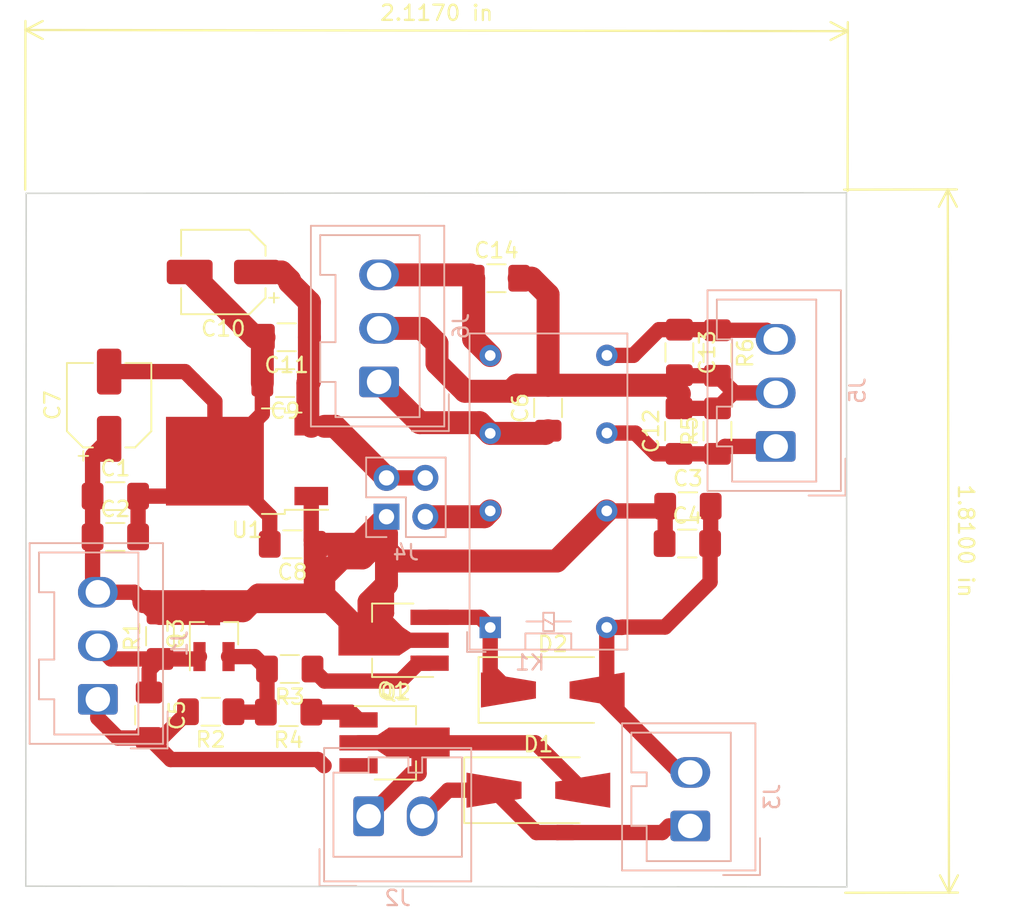
<source format=kicad_pcb>
(kicad_pcb (version 20171130) (host pcbnew "(5.1.4)-1")

  (general
    (thickness 1.6)
    (drawings 14)
    (tracks 188)
    (zones 0)
    (modules 33)
    (nets 17)
  )

  (page A4)
  (layers
    (0 F.Cu signal)
    (31 B.Cu signal)
    (32 B.Adhes user)
    (33 F.Adhes user)
    (34 B.Paste user)
    (35 F.Paste user)
    (36 B.SilkS user)
    (37 F.SilkS user)
    (38 B.Mask user)
    (39 F.Mask user)
    (40 Dwgs.User user)
    (41 Cmts.User user)
    (42 Eco1.User user)
    (43 Eco2.User user)
    (44 Edge.Cuts user)
    (45 Margin user)
    (46 B.CrtYd user)
    (47 F.CrtYd user)
    (48 B.Fab user)
    (49 F.Fab user)
  )

  (setup
    (last_trace_width 1.5)
    (user_trace_width 1)
    (user_trace_width 1.5)
    (trace_clearance 0.2)
    (zone_clearance 0.508)
    (zone_45_only no)
    (trace_min 0.2)
    (via_size 0.8)
    (via_drill 0.4)
    (via_min_size 0.4)
    (via_min_drill 0.3)
    (uvia_size 0.3)
    (uvia_drill 0.1)
    (uvias_allowed no)
    (uvia_min_size 0.2)
    (uvia_min_drill 0.1)
    (edge_width 0.1)
    (segment_width 0.2)
    (pcb_text_width 0.3)
    (pcb_text_size 1.5 1.5)
    (mod_edge_width 0.15)
    (mod_text_size 1 1)
    (mod_text_width 0.15)
    (pad_size 1.524 1.524)
    (pad_drill 0.762)
    (pad_to_mask_clearance 0)
    (aux_axis_origin 0 0)
    (visible_elements 7FFFFFFF)
    (pcbplotparams
      (layerselection 0x010fc_ffffffff)
      (usegerberextensions false)
      (usegerberattributes false)
      (usegerberadvancedattributes false)
      (creategerberjobfile false)
      (excludeedgelayer true)
      (linewidth 0.100000)
      (plotframeref false)
      (viasonmask false)
      (mode 1)
      (useauxorigin false)
      (hpglpennumber 1)
      (hpglpenspeed 20)
      (hpglpendiameter 15.000000)
      (psnegative false)
      (psa4output false)
      (plotreference true)
      (plotvalue true)
      (plotinvisibletext false)
      (padsonsilk false)
      (subtractmaskfromsilk false)
      (outputformat 1)
      (mirror false)
      (drillshape 1)
      (scaleselection 1)
      (outputdirectory ""))
  )

  (net 0 "")
  (net 1 +12V)
  (net 2 GND)
  (net 3 "Net-(C5-Pad1)")
  (net 4 "Net-(C6-Pad1)")
  (net 5 "Net-(C12-Pad1)")
  (net 6 "Net-(C13-Pad1)")
  (net 7 "Net-(C14-Pad1)")
  (net 8 "Net-(D1-Pad1)")
  (net 9 "Net-(D2-Pad1)")
  (net 10 "Net-(Q1-Pad1)")
  (net 11 "Net-(Q2-Pad1)")
  (net 12 "Net-(Q3-Pad2)")
  (net 13 "Net-(C10-Pad1)")
  (net 14 "Net-(J4-Pad2)")
  (net 15 "Net-(D1-Pad2)")
  (net 16 "Net-(Q2-Pad3)")

  (net_class Default "To jest domyślna klasa połączeń."
    (clearance 0.2)
    (trace_width 0.25)
    (via_dia 0.8)
    (via_drill 0.4)
    (uvia_dia 0.3)
    (uvia_drill 0.1)
    (add_net +12V)
    (add_net GND)
    (add_net "Net-(C10-Pad1)")
    (add_net "Net-(C12-Pad1)")
    (add_net "Net-(C13-Pad1)")
    (add_net "Net-(C14-Pad1)")
    (add_net "Net-(C5-Pad1)")
    (add_net "Net-(C6-Pad1)")
    (add_net "Net-(D1-Pad1)")
    (add_net "Net-(D1-Pad2)")
    (add_net "Net-(D2-Pad1)")
    (add_net "Net-(J4-Pad2)")
    (add_net "Net-(Q1-Pad1)")
    (add_net "Net-(Q2-Pad1)")
    (add_net "Net-(Q2-Pad3)")
    (add_net "Net-(Q3-Pad2)")
  )

  (module Capacitor_SMD:C_1206_3216Metric_Pad1.42x1.75mm_HandSolder (layer F.Cu) (tedit 5B301BBE) (tstamp 620C41B2)
    (at 69.3928 79.883)
    (descr "Capacitor SMD 1206 (3216 Metric), square (rectangular) end terminal, IPC_7351 nominal with elongated pad for handsoldering. (Body size source: http://www.tortai-tech.com/upload/download/2011102023233369053.pdf), generated with kicad-footprint-generator")
    (tags "capacitor handsolder")
    (path /61F56789)
    (attr smd)
    (fp_text reference C1 (at 0 -1.82) (layer F.SilkS)
      (effects (font (size 1 1) (thickness 0.15)))
    )
    (fp_text value 10n (at 0 1.82) (layer F.Fab)
      (effects (font (size 1 1) (thickness 0.15)))
    )
    (fp_line (start -1.6 0.8) (end -1.6 -0.8) (layer F.Fab) (width 0.1))
    (fp_line (start -1.6 -0.8) (end 1.6 -0.8) (layer F.Fab) (width 0.1))
    (fp_line (start 1.6 -0.8) (end 1.6 0.8) (layer F.Fab) (width 0.1))
    (fp_line (start 1.6 0.8) (end -1.6 0.8) (layer F.Fab) (width 0.1))
    (fp_line (start -0.602064 -0.91) (end 0.602064 -0.91) (layer F.SilkS) (width 0.12))
    (fp_line (start -0.602064 0.91) (end 0.602064 0.91) (layer F.SilkS) (width 0.12))
    (fp_line (start -2.45 1.12) (end -2.45 -1.12) (layer F.CrtYd) (width 0.05))
    (fp_line (start -2.45 -1.12) (end 2.45 -1.12) (layer F.CrtYd) (width 0.05))
    (fp_line (start 2.45 -1.12) (end 2.45 1.12) (layer F.CrtYd) (width 0.05))
    (fp_line (start 2.45 1.12) (end -2.45 1.12) (layer F.CrtYd) (width 0.05))
    (fp_text user %R (at 0 0) (layer F.Fab)
      (effects (font (size 0.8 0.8) (thickness 0.12)))
    )
    (pad 1 smd roundrect (at -1.4875 0) (size 1.425 1.75) (layers F.Cu F.Paste F.Mask) (roundrect_rratio 0.175439)
      (net 1 +12V))
    (pad 2 smd roundrect (at 1.4875 0) (size 1.425 1.75) (layers F.Cu F.Paste F.Mask) (roundrect_rratio 0.175439)
      (net 2 GND))
    (model ${KISYS3DMOD}/Capacitor_SMD.3dshapes/C_1206_3216Metric.wrl
      (at (xyz 0 0 0))
      (scale (xyz 1 1 1))
      (rotate (xyz 0 0 0))
    )
  )

  (module Capacitor_SMD:C_1206_3216Metric_Pad1.42x1.75mm_HandSolder (layer F.Cu) (tedit 5B301BBE) (tstamp 620C00A6)
    (at 69.3928 82.55)
    (descr "Capacitor SMD 1206 (3216 Metric), square (rectangular) end terminal, IPC_7351 nominal with elongated pad for handsoldering. (Body size source: http://www.tortai-tech.com/upload/download/2011102023233369053.pdf), generated with kicad-footprint-generator")
    (tags "capacitor handsolder")
    (path /61F4E913)
    (attr smd)
    (fp_text reference C2 (at 0 -1.82) (layer F.SilkS)
      (effects (font (size 1 1) (thickness 0.15)))
    )
    (fp_text value 100n (at 0 1.82) (layer F.Fab)
      (effects (font (size 1 1) (thickness 0.15)))
    )
    (fp_line (start -1.6 0.8) (end -1.6 -0.8) (layer F.Fab) (width 0.1))
    (fp_line (start -1.6 -0.8) (end 1.6 -0.8) (layer F.Fab) (width 0.1))
    (fp_line (start 1.6 -0.8) (end 1.6 0.8) (layer F.Fab) (width 0.1))
    (fp_line (start 1.6 0.8) (end -1.6 0.8) (layer F.Fab) (width 0.1))
    (fp_line (start -0.602064 -0.91) (end 0.602064 -0.91) (layer F.SilkS) (width 0.12))
    (fp_line (start -0.602064 0.91) (end 0.602064 0.91) (layer F.SilkS) (width 0.12))
    (fp_line (start -2.45 1.12) (end -2.45 -1.12) (layer F.CrtYd) (width 0.05))
    (fp_line (start -2.45 -1.12) (end 2.45 -1.12) (layer F.CrtYd) (width 0.05))
    (fp_line (start 2.45 -1.12) (end 2.45 1.12) (layer F.CrtYd) (width 0.05))
    (fp_line (start 2.45 1.12) (end -2.45 1.12) (layer F.CrtYd) (width 0.05))
    (fp_text user %R (at 0 0) (layer F.Fab)
      (effects (font (size 0.8 0.8) (thickness 0.12)))
    )
    (pad 1 smd roundrect (at -1.4875 0) (size 1.425 1.75) (layers F.Cu F.Paste F.Mask) (roundrect_rratio 0.175439)
      (net 1 +12V))
    (pad 2 smd roundrect (at 1.4875 0) (size 1.425 1.75) (layers F.Cu F.Paste F.Mask) (roundrect_rratio 0.175439)
      (net 2 GND))
    (model ${KISYS3DMOD}/Capacitor_SMD.3dshapes/C_1206_3216Metric.wrl
      (at (xyz 0 0 0))
      (scale (xyz 1 1 1))
      (rotate (xyz 0 0 0))
    )
  )

  (module Capacitor_SMD:C_1206_3216Metric_Pad1.42x1.75mm_HandSolder (layer F.Cu) (tedit 5B301BBE) (tstamp 620C26CD)
    (at 106.8324 80.5434)
    (descr "Capacitor SMD 1206 (3216 Metric), square (rectangular) end terminal, IPC_7351 nominal with elongated pad for handsoldering. (Body size source: http://www.tortai-tech.com/upload/download/2011102023233369053.pdf), generated with kicad-footprint-generator")
    (tags "capacitor handsolder")
    (path /61F4FF1B)
    (attr smd)
    (fp_text reference C3 (at 0 -1.82) (layer F.SilkS)
      (effects (font (size 1 1) (thickness 0.15)))
    )
    (fp_text value 10n (at 0 1.82) (layer F.Fab)
      (effects (font (size 1 1) (thickness 0.15)))
    )
    (fp_text user %R (at 0 0) (layer F.Fab)
      (effects (font (size 0.8 0.8) (thickness 0.12)))
    )
    (fp_line (start 2.45 1.12) (end -2.45 1.12) (layer F.CrtYd) (width 0.05))
    (fp_line (start 2.45 -1.12) (end 2.45 1.12) (layer F.CrtYd) (width 0.05))
    (fp_line (start -2.45 -1.12) (end 2.45 -1.12) (layer F.CrtYd) (width 0.05))
    (fp_line (start -2.45 1.12) (end -2.45 -1.12) (layer F.CrtYd) (width 0.05))
    (fp_line (start -0.602064 0.91) (end 0.602064 0.91) (layer F.SilkS) (width 0.12))
    (fp_line (start -0.602064 -0.91) (end 0.602064 -0.91) (layer F.SilkS) (width 0.12))
    (fp_line (start 1.6 0.8) (end -1.6 0.8) (layer F.Fab) (width 0.1))
    (fp_line (start 1.6 -0.8) (end 1.6 0.8) (layer F.Fab) (width 0.1))
    (fp_line (start -1.6 -0.8) (end 1.6 -0.8) (layer F.Fab) (width 0.1))
    (fp_line (start -1.6 0.8) (end -1.6 -0.8) (layer F.Fab) (width 0.1))
    (pad 2 smd roundrect (at 1.4875 0) (size 1.425 1.75) (layers F.Cu F.Paste F.Mask) (roundrect_rratio 0.175439)
      (net 2 GND))
    (pad 1 smd roundrect (at -1.4875 0) (size 1.425 1.75) (layers F.Cu F.Paste F.Mask) (roundrect_rratio 0.175439)
      (net 1 +12V))
    (model ${KISYS3DMOD}/Capacitor_SMD.3dshapes/C_1206_3216Metric.wrl
      (at (xyz 0 0 0))
      (scale (xyz 1 1 1))
      (rotate (xyz 0 0 0))
    )
  )

  (module Capacitor_SMD:C_1206_3216Metric_Pad1.42x1.75mm_HandSolder (layer F.Cu) (tedit 5B301BBE) (tstamp 620C00C8)
    (at 106.7927 82.9818)
    (descr "Capacitor SMD 1206 (3216 Metric), square (rectangular) end terminal, IPC_7351 nominal with elongated pad for handsoldering. (Body size source: http://www.tortai-tech.com/upload/download/2011102023233369053.pdf), generated with kicad-footprint-generator")
    (tags "capacitor handsolder")
    (path /61F561E2)
    (attr smd)
    (fp_text reference C4 (at 0 -1.82) (layer F.SilkS)
      (effects (font (size 1 1) (thickness 0.15)))
    )
    (fp_text value 100n (at 0 1.82) (layer F.Fab)
      (effects (font (size 1 1) (thickness 0.15)))
    )
    (fp_line (start -1.6 0.8) (end -1.6 -0.8) (layer F.Fab) (width 0.1))
    (fp_line (start -1.6 -0.8) (end 1.6 -0.8) (layer F.Fab) (width 0.1))
    (fp_line (start 1.6 -0.8) (end 1.6 0.8) (layer F.Fab) (width 0.1))
    (fp_line (start 1.6 0.8) (end -1.6 0.8) (layer F.Fab) (width 0.1))
    (fp_line (start -0.602064 -0.91) (end 0.602064 -0.91) (layer F.SilkS) (width 0.12))
    (fp_line (start -0.602064 0.91) (end 0.602064 0.91) (layer F.SilkS) (width 0.12))
    (fp_line (start -2.45 1.12) (end -2.45 -1.12) (layer F.CrtYd) (width 0.05))
    (fp_line (start -2.45 -1.12) (end 2.45 -1.12) (layer F.CrtYd) (width 0.05))
    (fp_line (start 2.45 -1.12) (end 2.45 1.12) (layer F.CrtYd) (width 0.05))
    (fp_line (start 2.45 1.12) (end -2.45 1.12) (layer F.CrtYd) (width 0.05))
    (fp_text user %R (at 0 0) (layer F.Fab)
      (effects (font (size 0.8 0.8) (thickness 0.12)))
    )
    (pad 1 smd roundrect (at -1.4875 0) (size 1.425 1.75) (layers F.Cu F.Paste F.Mask) (roundrect_rratio 0.175439)
      (net 1 +12V))
    (pad 2 smd roundrect (at 1.4875 0) (size 1.425 1.75) (layers F.Cu F.Paste F.Mask) (roundrect_rratio 0.175439)
      (net 2 GND))
    (model ${KISYS3DMOD}/Capacitor_SMD.3dshapes/C_1206_3216Metric.wrl
      (at (xyz 0 0 0))
      (scale (xyz 1 1 1))
      (rotate (xyz 0 0 0))
    )
  )

  (module Capacitor_SMD:C_1206_3216Metric_Pad1.42x1.75mm_HandSolder (layer F.Cu) (tedit 5B301BBE) (tstamp 620C399D)
    (at 71.6026 94.2086 270)
    (descr "Capacitor SMD 1206 (3216 Metric), square (rectangular) end terminal, IPC_7351 nominal with elongated pad for handsoldering. (Body size source: http://www.tortai-tech.com/upload/download/2011102023233369053.pdf), generated with kicad-footprint-generator")
    (tags "capacitor handsolder")
    (path /61F37CEE)
    (attr smd)
    (fp_text reference C5 (at 0 -1.82 90) (layer F.SilkS)
      (effects (font (size 1 1) (thickness 0.15)))
    )
    (fp_text value 1n (at 0 1.82 90) (layer F.Fab)
      (effects (font (size 1 1) (thickness 0.15)))
    )
    (fp_text user %R (at 0 0 90) (layer F.Fab)
      (effects (font (size 0.8 0.8) (thickness 0.12)))
    )
    (fp_line (start 2.45 1.12) (end -2.45 1.12) (layer F.CrtYd) (width 0.05))
    (fp_line (start 2.45 -1.12) (end 2.45 1.12) (layer F.CrtYd) (width 0.05))
    (fp_line (start -2.45 -1.12) (end 2.45 -1.12) (layer F.CrtYd) (width 0.05))
    (fp_line (start -2.45 1.12) (end -2.45 -1.12) (layer F.CrtYd) (width 0.05))
    (fp_line (start -0.602064 0.91) (end 0.602064 0.91) (layer F.SilkS) (width 0.12))
    (fp_line (start -0.602064 -0.91) (end 0.602064 -0.91) (layer F.SilkS) (width 0.12))
    (fp_line (start 1.6 0.8) (end -1.6 0.8) (layer F.Fab) (width 0.1))
    (fp_line (start 1.6 -0.8) (end 1.6 0.8) (layer F.Fab) (width 0.1))
    (fp_line (start -1.6 -0.8) (end 1.6 -0.8) (layer F.Fab) (width 0.1))
    (fp_line (start -1.6 0.8) (end -1.6 -0.8) (layer F.Fab) (width 0.1))
    (pad 2 smd roundrect (at 1.4875 0 270) (size 1.425 1.75) (layers F.Cu F.Paste F.Mask) (roundrect_rratio 0.175439)
      (net 2 GND))
    (pad 1 smd roundrect (at -1.4875 0 270) (size 1.425 1.75) (layers F.Cu F.Paste F.Mask) (roundrect_rratio 0.175439)
      (net 3 "Net-(C5-Pad1)"))
    (model ${KISYS3DMOD}/Capacitor_SMD.3dshapes/C_1206_3216Metric.wrl
      (at (xyz 0 0 0))
      (scale (xyz 1 1 1))
      (rotate (xyz 0 0 0))
    )
  )

  (module Capacitor_SMD:C_1206_3216Metric_Pad1.42x1.75mm_HandSolder (layer F.Cu) (tedit 5B301BBE) (tstamp 620C00EA)
    (at 97.6884 74.1172 90)
    (descr "Capacitor SMD 1206 (3216 Metric), square (rectangular) end terminal, IPC_7351 nominal with elongated pad for handsoldering. (Body size source: http://www.tortai-tech.com/upload/download/2011102023233369053.pdf), generated with kicad-footprint-generator")
    (tags "capacitor handsolder")
    (path /61FA3D9C)
    (attr smd)
    (fp_text reference C6 (at 0 -1.82 90) (layer F.SilkS)
      (effects (font (size 1 1) (thickness 0.15)))
    )
    (fp_text value 100n (at 0 1.82 90) (layer F.Fab)
      (effects (font (size 1 1) (thickness 0.15)))
    )
    (fp_line (start -1.6 0.8) (end -1.6 -0.8) (layer F.Fab) (width 0.1))
    (fp_line (start -1.6 -0.8) (end 1.6 -0.8) (layer F.Fab) (width 0.1))
    (fp_line (start 1.6 -0.8) (end 1.6 0.8) (layer F.Fab) (width 0.1))
    (fp_line (start 1.6 0.8) (end -1.6 0.8) (layer F.Fab) (width 0.1))
    (fp_line (start -0.602064 -0.91) (end 0.602064 -0.91) (layer F.SilkS) (width 0.12))
    (fp_line (start -0.602064 0.91) (end 0.602064 0.91) (layer F.SilkS) (width 0.12))
    (fp_line (start -2.45 1.12) (end -2.45 -1.12) (layer F.CrtYd) (width 0.05))
    (fp_line (start -2.45 -1.12) (end 2.45 -1.12) (layer F.CrtYd) (width 0.05))
    (fp_line (start 2.45 -1.12) (end 2.45 1.12) (layer F.CrtYd) (width 0.05))
    (fp_line (start 2.45 1.12) (end -2.45 1.12) (layer F.CrtYd) (width 0.05))
    (fp_text user %R (at 0 0 90) (layer F.Fab)
      (effects (font (size 0.8 0.8) (thickness 0.12)))
    )
    (pad 1 smd roundrect (at -1.4875 0 90) (size 1.425 1.75) (layers F.Cu F.Paste F.Mask) (roundrect_rratio 0.175439)
      (net 4 "Net-(C6-Pad1)"))
    (pad 2 smd roundrect (at 1.4875 0 90) (size 1.425 1.75) (layers F.Cu F.Paste F.Mask) (roundrect_rratio 0.175439)
      (net 2 GND))
    (model ${KISYS3DMOD}/Capacitor_SMD.3dshapes/C_1206_3216Metric.wrl
      (at (xyz 0 0 0))
      (scale (xyz 1 1 1))
      (rotate (xyz 0 0 0))
    )
  )

  (module Capacitor_SMD:C_1206_3216Metric_Pad1.42x1.75mm_HandSolder (layer F.Cu) (tedit 5B301BBE) (tstamp 620C1FA4)
    (at 106.2482 75.6301 90)
    (descr "Capacitor SMD 1206 (3216 Metric), square (rectangular) end terminal, IPC_7351 nominal with elongated pad for handsoldering. (Body size source: http://www.tortai-tech.com/upload/download/2011102023233369053.pdf), generated with kicad-footprint-generator")
    (tags "capacitor handsolder")
    (path /6211143C)
    (attr smd)
    (fp_text reference C12 (at 0 -1.82 90) (layer F.SilkS)
      (effects (font (size 1 1) (thickness 0.15)))
    )
    (fp_text value 100n (at 0 1.82 90) (layer F.Fab)
      (effects (font (size 1 1) (thickness 0.15)))
    )
    (fp_text user %R (at 0 0 90) (layer F.Fab)
      (effects (font (size 0.8 0.8) (thickness 0.12)))
    )
    (fp_line (start 2.45 1.12) (end -2.45 1.12) (layer F.CrtYd) (width 0.05))
    (fp_line (start 2.45 -1.12) (end 2.45 1.12) (layer F.CrtYd) (width 0.05))
    (fp_line (start -2.45 -1.12) (end 2.45 -1.12) (layer F.CrtYd) (width 0.05))
    (fp_line (start -2.45 1.12) (end -2.45 -1.12) (layer F.CrtYd) (width 0.05))
    (fp_line (start -0.602064 0.91) (end 0.602064 0.91) (layer F.SilkS) (width 0.12))
    (fp_line (start -0.602064 -0.91) (end 0.602064 -0.91) (layer F.SilkS) (width 0.12))
    (fp_line (start 1.6 0.8) (end -1.6 0.8) (layer F.Fab) (width 0.1))
    (fp_line (start 1.6 -0.8) (end 1.6 0.8) (layer F.Fab) (width 0.1))
    (fp_line (start -1.6 -0.8) (end 1.6 -0.8) (layer F.Fab) (width 0.1))
    (fp_line (start -1.6 0.8) (end -1.6 -0.8) (layer F.Fab) (width 0.1))
    (pad 2 smd roundrect (at 1.4875 0 90) (size 1.425 1.75) (layers F.Cu F.Paste F.Mask) (roundrect_rratio 0.175439)
      (net 2 GND))
    (pad 1 smd roundrect (at -1.4875 0 90) (size 1.425 1.75) (layers F.Cu F.Paste F.Mask) (roundrect_rratio 0.175439)
      (net 5 "Net-(C12-Pad1)"))
    (model ${KISYS3DMOD}/Capacitor_SMD.3dshapes/C_1206_3216Metric.wrl
      (at (xyz 0 0 0))
      (scale (xyz 1 1 1))
      (rotate (xyz 0 0 0))
    )
  )

  (module Capacitor_SMD:C_1206_3216Metric_Pad1.42x1.75mm_HandSolder (layer F.Cu) (tedit 5B301BBE) (tstamp 620C010C)
    (at 106.2736 70.485 270)
    (descr "Capacitor SMD 1206 (3216 Metric), square (rectangular) end terminal, IPC_7351 nominal with elongated pad for handsoldering. (Body size source: http://www.tortai-tech.com/upload/download/2011102023233369053.pdf), generated with kicad-footprint-generator")
    (tags "capacitor handsolder")
    (path /6210E749)
    (attr smd)
    (fp_text reference C13 (at 0 -1.82 90) (layer F.SilkS)
      (effects (font (size 1 1) (thickness 0.15)))
    )
    (fp_text value 100n (at 0 1.82 90) (layer F.Fab)
      (effects (font (size 1 1) (thickness 0.15)))
    )
    (fp_line (start -1.6 0.8) (end -1.6 -0.8) (layer F.Fab) (width 0.1))
    (fp_line (start -1.6 -0.8) (end 1.6 -0.8) (layer F.Fab) (width 0.1))
    (fp_line (start 1.6 -0.8) (end 1.6 0.8) (layer F.Fab) (width 0.1))
    (fp_line (start 1.6 0.8) (end -1.6 0.8) (layer F.Fab) (width 0.1))
    (fp_line (start -0.602064 -0.91) (end 0.602064 -0.91) (layer F.SilkS) (width 0.12))
    (fp_line (start -0.602064 0.91) (end 0.602064 0.91) (layer F.SilkS) (width 0.12))
    (fp_line (start -2.45 1.12) (end -2.45 -1.12) (layer F.CrtYd) (width 0.05))
    (fp_line (start -2.45 -1.12) (end 2.45 -1.12) (layer F.CrtYd) (width 0.05))
    (fp_line (start 2.45 -1.12) (end 2.45 1.12) (layer F.CrtYd) (width 0.05))
    (fp_line (start 2.45 1.12) (end -2.45 1.12) (layer F.CrtYd) (width 0.05))
    (fp_text user %R (at 0 0 90) (layer F.Fab)
      (effects (font (size 0.8 0.8) (thickness 0.12)))
    )
    (pad 1 smd roundrect (at -1.4875 0 270) (size 1.425 1.75) (layers F.Cu F.Paste F.Mask) (roundrect_rratio 0.175439)
      (net 6 "Net-(C13-Pad1)"))
    (pad 2 smd roundrect (at 1.4875 0 270) (size 1.425 1.75) (layers F.Cu F.Paste F.Mask) (roundrect_rratio 0.175439)
      (net 2 GND))
    (model ${KISYS3DMOD}/Capacitor_SMD.3dshapes/C_1206_3216Metric.wrl
      (at (xyz 0 0 0))
      (scale (xyz 1 1 1))
      (rotate (xyz 0 0 0))
    )
  )

  (module Capacitor_SMD:C_1206_3216Metric_Pad1.42x1.75mm_HandSolder (layer F.Cu) (tedit 5B301BBE) (tstamp 620C011D)
    (at 94.3102 65.6336)
    (descr "Capacitor SMD 1206 (3216 Metric), square (rectangular) end terminal, IPC_7351 nominal with elongated pad for handsoldering. (Body size source: http://www.tortai-tech.com/upload/download/2011102023233369053.pdf), generated with kicad-footprint-generator")
    (tags "capacitor handsolder")
    (path /620E246F)
    (attr smd)
    (fp_text reference C14 (at 0 -1.82) (layer F.SilkS)
      (effects (font (size 1 1) (thickness 0.15)))
    )
    (fp_text value 100n (at 0 1.82) (layer F.Fab)
      (effects (font (size 1 1) (thickness 0.15)))
    )
    (fp_text user %R (at 0 0) (layer F.Fab)
      (effects (font (size 0.8 0.8) (thickness 0.12)))
    )
    (fp_line (start 2.45 1.12) (end -2.45 1.12) (layer F.CrtYd) (width 0.05))
    (fp_line (start 2.45 -1.12) (end 2.45 1.12) (layer F.CrtYd) (width 0.05))
    (fp_line (start -2.45 -1.12) (end 2.45 -1.12) (layer F.CrtYd) (width 0.05))
    (fp_line (start -2.45 1.12) (end -2.45 -1.12) (layer F.CrtYd) (width 0.05))
    (fp_line (start -0.602064 0.91) (end 0.602064 0.91) (layer F.SilkS) (width 0.12))
    (fp_line (start -0.602064 -0.91) (end 0.602064 -0.91) (layer F.SilkS) (width 0.12))
    (fp_line (start 1.6 0.8) (end -1.6 0.8) (layer F.Fab) (width 0.1))
    (fp_line (start 1.6 -0.8) (end 1.6 0.8) (layer F.Fab) (width 0.1))
    (fp_line (start -1.6 -0.8) (end 1.6 -0.8) (layer F.Fab) (width 0.1))
    (fp_line (start -1.6 0.8) (end -1.6 -0.8) (layer F.Fab) (width 0.1))
    (pad 2 smd roundrect (at 1.4875 0) (size 1.425 1.75) (layers F.Cu F.Paste F.Mask) (roundrect_rratio 0.175439)
      (net 2 GND))
    (pad 1 smd roundrect (at -1.4875 0) (size 1.425 1.75) (layers F.Cu F.Paste F.Mask) (roundrect_rratio 0.175439)
      (net 7 "Net-(C14-Pad1)"))
    (model ${KISYS3DMOD}/Capacitor_SMD.3dshapes/C_1206_3216Metric.wrl
      (at (xyz 0 0 0))
      (scale (xyz 1 1 1))
      (rotate (xyz 0 0 0))
    )
  )

  (module Diode_SMD:D_SMA-SMB_Universal_Handsoldering (layer F.Cu) (tedit 5864381A) (tstamp 620C0139)
    (at 97.0534 99.1108)
    (descr "Diode, Universal, SMA (DO-214AC) or SMB (DO-214AA), Handsoldering,")
    (tags "Diode Universal SMA (DO-214AC) SMB (DO-214AA) Handsoldering ")
    (path /61F64FE5)
    (attr smd)
    (fp_text reference D1 (at 0 -3) (layer F.SilkS)
      (effects (font (size 1 1) (thickness 0.15)))
    )
    (fp_text value M7 (at 0 3.1) (layer F.Fab)
      (effects (font (size 1 1) (thickness 0.15)))
    )
    (fp_text user %R (at 0 -3) (layer F.Fab)
      (effects (font (size 1 1) (thickness 0.15)))
    )
    (fp_line (start -4.85 -2.15) (end -4.85 2.15) (layer F.SilkS) (width 0.12))
    (fp_line (start 2.3 2) (end -2.3 2) (layer F.Fab) (width 0.1))
    (fp_line (start -2.3 2) (end -2.3 -2) (layer F.Fab) (width 0.1))
    (fp_line (start 2.3 -2) (end 2.3 2) (layer F.Fab) (width 0.1))
    (fp_line (start 2.3 -2) (end -2.3 -2) (layer F.Fab) (width 0.1))
    (fp_line (start 2.3 1.5) (end -2.3 1.5) (layer F.Fab) (width 0.1))
    (fp_line (start -2.3 1.5) (end -2.3 -1.5) (layer F.Fab) (width 0.1))
    (fp_line (start 2.3 -1.5) (end 2.3 1.5) (layer F.Fab) (width 0.1))
    (fp_line (start 2.3 -1.5) (end -2.3 -1.5) (layer F.Fab) (width 0.1))
    (fp_line (start -4.95 -2.25) (end 4.95 -2.25) (layer F.CrtYd) (width 0.05))
    (fp_line (start 4.95 -2.25) (end 4.95 2.25) (layer F.CrtYd) (width 0.05))
    (fp_line (start 4.95 2.25) (end -4.95 2.25) (layer F.CrtYd) (width 0.05))
    (fp_line (start -4.95 2.25) (end -4.95 -2.25) (layer F.CrtYd) (width 0.05))
    (fp_line (start -0.64944 0.00102) (end -1.55114 0.00102) (layer F.Fab) (width 0.1))
    (fp_line (start 0.50118 0.00102) (end 1.4994 0.00102) (layer F.Fab) (width 0.1))
    (fp_line (start -0.64944 -0.79908) (end -0.64944 0.80112) (layer F.Fab) (width 0.1))
    (fp_line (start 0.50118 0.75032) (end 0.50118 -0.79908) (layer F.Fab) (width 0.1))
    (fp_line (start -0.64944 0.00102) (end 0.50118 0.75032) (layer F.Fab) (width 0.1))
    (fp_line (start -0.64944 0.00102) (end 0.50118 -0.79908) (layer F.Fab) (width 0.1))
    (fp_line (start -4.85 2.15) (end 2.7 2.15) (layer F.SilkS) (width 0.12))
    (fp_line (start -4.85 -2.15) (end 2.7 -2.15) (layer F.SilkS) (width 0.12))
    (pad 1 smd trapezoid (at -2.9 0) (size 3.6 1.7) (rect_delta 0.6 0 ) (layers F.Cu F.Paste F.Mask)
      (net 8 "Net-(D1-Pad1)"))
    (pad 2 smd trapezoid (at 2.9 0 180) (size 3.6 1.7) (rect_delta 0.6 0 ) (layers F.Cu F.Paste F.Mask)
      (net 15 "Net-(D1-Pad2)"))
    (model ${KISYS3DMOD}/Diode_SMD.3dshapes/D_SMB.wrl
      (at (xyz 0 0 0))
      (scale (xyz 1 1 1))
      (rotate (xyz 0 0 0))
    )
  )

  (module Diode_SMD:D_SMA-SMB_Universal_Handsoldering (layer F.Cu) (tedit 5864381A) (tstamp 62100D2D)
    (at 97.9932 92.5576)
    (descr "Diode, Universal, SMA (DO-214AC) or SMB (DO-214AA), Handsoldering,")
    (tags "Diode Universal SMA (DO-214AC) SMB (DO-214AA) Handsoldering ")
    (path /61F65756)
    (attr smd)
    (fp_text reference D2 (at 0 -3) (layer F.SilkS)
      (effects (font (size 1 1) (thickness 0.15)))
    )
    (fp_text value M7 (at 0 3.1) (layer F.Fab)
      (effects (font (size 1 1) (thickness 0.15)))
    )
    (fp_line (start -4.85 -2.15) (end 2.7 -2.15) (layer F.SilkS) (width 0.12))
    (fp_line (start -4.85 2.15) (end 2.7 2.15) (layer F.SilkS) (width 0.12))
    (fp_line (start -0.64944 0.00102) (end 0.50118 -0.79908) (layer F.Fab) (width 0.1))
    (fp_line (start -0.64944 0.00102) (end 0.50118 0.75032) (layer F.Fab) (width 0.1))
    (fp_line (start 0.50118 0.75032) (end 0.50118 -0.79908) (layer F.Fab) (width 0.1))
    (fp_line (start -0.64944 -0.79908) (end -0.64944 0.80112) (layer F.Fab) (width 0.1))
    (fp_line (start 0.50118 0.00102) (end 1.4994 0.00102) (layer F.Fab) (width 0.1))
    (fp_line (start -0.64944 0.00102) (end -1.55114 0.00102) (layer F.Fab) (width 0.1))
    (fp_line (start -4.95 2.25) (end -4.95 -2.25) (layer F.CrtYd) (width 0.05))
    (fp_line (start 4.95 2.25) (end -4.95 2.25) (layer F.CrtYd) (width 0.05))
    (fp_line (start 4.95 -2.25) (end 4.95 2.25) (layer F.CrtYd) (width 0.05))
    (fp_line (start -4.95 -2.25) (end 4.95 -2.25) (layer F.CrtYd) (width 0.05))
    (fp_line (start 2.3 -1.5) (end -2.3 -1.5) (layer F.Fab) (width 0.1))
    (fp_line (start 2.3 -1.5) (end 2.3 1.5) (layer F.Fab) (width 0.1))
    (fp_line (start -2.3 1.5) (end -2.3 -1.5) (layer F.Fab) (width 0.1))
    (fp_line (start 2.3 1.5) (end -2.3 1.5) (layer F.Fab) (width 0.1))
    (fp_line (start 2.3 -2) (end -2.3 -2) (layer F.Fab) (width 0.1))
    (fp_line (start 2.3 -2) (end 2.3 2) (layer F.Fab) (width 0.1))
    (fp_line (start -2.3 2) (end -2.3 -2) (layer F.Fab) (width 0.1))
    (fp_line (start 2.3 2) (end -2.3 2) (layer F.Fab) (width 0.1))
    (fp_line (start -4.85 -2.15) (end -4.85 2.15) (layer F.SilkS) (width 0.12))
    (fp_text user %R (at 0 -3) (layer F.Fab)
      (effects (font (size 1 1) (thickness 0.15)))
    )
    (pad 2 smd trapezoid (at 2.9 0 180) (size 3.6 1.7) (rect_delta 0.6 0 ) (layers F.Cu F.Paste F.Mask)
      (net 2 GND))
    (pad 1 smd trapezoid (at -2.9 0) (size 3.6 1.7) (rect_delta 0.6 0 ) (layers F.Cu F.Paste F.Mask)
      (net 9 "Net-(D2-Pad1)"))
    (model ${KISYS3DMOD}/Diode_SMD.3dshapes/D_SMB.wrl
      (at (xyz 0 0 0))
      (scale (xyz 1 1 1))
      (rotate (xyz 0 0 0))
    )
  )

  (module Relay_THT:Relay_DPDT_Omron_G5V-2 (layer B.Cu) (tedit 59D689A9) (tstamp 620C01BE)
    (at 93.9038 88.4682)
    (descr http://omronfs.omron.com/en_US/ecb/products/pdf/en-g5v2.pdf)
    (tags "Omron G5V-2 Relay DPDT")
    (path /620BFE76)
    (fp_text reference K1 (at 2.6 2.3) (layer B.SilkS)
      (effects (font (size 1 1) (thickness 0.15)) (justify mirror))
    )
    (fp_text value G5V-2 (at -2.41 -9.01 -90) (layer B.Fab)
      (effects (font (size 1 1) (thickness 0.15)) (justify mirror))
    )
    (fp_line (start -1.51 1.6) (end -0.3 1.6) (layer B.SilkS) (width 0.12))
    (fp_line (start -1.51 0.3) (end -1.51 1.6) (layer B.SilkS) (width 0.12))
    (fp_line (start -1.21 0.3) (end -0.3 1.31) (layer B.Fab) (width 0.12))
    (fp_line (start 8.83 1.31) (end -0.3 1.31) (layer B.Fab) (width 0.12))
    (fp_line (start -1.21 0.3) (end -1.21 -19.58) (layer B.Fab) (width 0.12))
    (fp_line (start -1.21 -19.07) (end 8.83 -19.07) (layer B.Fab) (width 0.12))
    (fp_line (start 8.83 -19.07) (end 8.83 1.31) (layer B.Fab) (width 0.12))
    (fp_line (start -1.35 1.45) (end -1.35 -19.22) (layer B.SilkS) (width 0.12))
    (fp_line (start -1.35 -19.22) (end 8.97 -19.22) (layer B.SilkS) (width 0.12))
    (fp_line (start 8.97 -19.22) (end 8.97 1.45) (layer B.SilkS) (width 0.12))
    (fp_line (start 8.97 1.45) (end -1.35 1.45) (layer B.SilkS) (width 0.12))
    (fp_line (start 2.3 1.45) (end 2.3 0.41) (layer B.SilkS) (width 0.12))
    (fp_line (start 2.3 0.39) (end 5.3 0.39) (layer B.SilkS) (width 0.12))
    (fp_line (start 5.3 0.39) (end 5.3 1.45) (layer B.SilkS) (width 0.12))
    (fp_line (start 9.07 -19.33) (end -1.45 -19.33) (layer B.CrtYd) (width 0.05))
    (fp_line (start -1.45 1.55) (end 9.07 1.55) (layer B.CrtYd) (width 0.05))
    (fp_line (start 9.07 1.55) (end 9.07 -19.33) (layer B.CrtYd) (width 0.05))
    (fp_text user %R (at 3.94 -9.16) (layer B.Fab)
      (effects (font (size 1 1) (thickness 0.15)) (justify mirror))
    )
    (fp_line (start 3.47 -0.39) (end 2.37 -0.39) (layer B.SilkS) (width 0.12))
    (fp_line (start 4.17 -0.39) (end 5.27 -0.39) (layer B.SilkS) (width 0.12))
    (fp_line (start 3.47 -0.56) (end 4.17 -0.16) (layer B.SilkS) (width 0.12))
    (fp_line (start 3.47 0.24) (end 3.47 -0.96) (layer B.SilkS) (width 0.12))
    (fp_line (start 3.47 -0.96) (end 4.17 -0.96) (layer B.SilkS) (width 0.12))
    (fp_line (start 4.17 -0.96) (end 4.17 0.24) (layer B.SilkS) (width 0.12))
    (fp_line (start 4.17 0.24) (end 3.47 0.24) (layer B.SilkS) (width 0.12))
    (fp_line (start -1.45 1.55) (end -1.45 -19.33) (layer B.CrtYd) (width 0.05))
    (pad 1 thru_hole rect (at 0 0) (size 1.4 1.4) (drill 0.7) (layers *.Cu *.Mask)
      (net 9 "Net-(D2-Pad1)"))
    (pad 16 thru_hole circle (at 7.62 0) (size 1.4 1.4) (drill 0.7) (layers *.Cu *.Mask)
      (net 2 GND))
    (pad 6 thru_hole circle (at 0 -12.69) (size 1.4 1.4) (drill 0.7) (layers *.Cu *.Mask)
      (net 4 "Net-(C6-Pad1)"))
    (pad 8 thru_hole circle (at 0 -17.78) (size 1.4 1.4) (drill 0.7) (layers *.Cu *.Mask)
      (net 7 "Net-(C14-Pad1)"))
    (pad 4 thru_hole circle (at 0 -7.62) (size 1.4 1.4) (drill 0.7) (layers *.Cu *.Mask)
      (net 14 "Net-(J4-Pad2)"))
    (pad 11 thru_hole circle (at 7.63 -12.71) (size 1.4 1.4) (drill 0.7) (layers *.Cu *.Mask)
      (net 5 "Net-(C12-Pad1)"))
    (pad 9 thru_hole circle (at 7.63 -17.79) (size 1.4 1.4) (drill 0.7) (layers *.Cu *.Mask)
      (net 6 "Net-(C13-Pad1)"))
    (pad 13 thru_hole circle (at 7.62 -7.62) (size 1.4 1.4) (drill 0.7) (layers *.Cu *.Mask)
      (net 1 +12V))
    (model ${KISYS3DMOD}/Relay_THT.3dshapes/Relay_DPDT_Omron_G5V-2.wrl
      (at (xyz 0 0 0))
      (scale (xyz 1 1 1))
      (rotate (xyz 0 0 0))
    )
  )

  (module Package_TO_SOT_SMD:SOT-89-3_Handsoldering (layer F.Cu) (tedit 5A02FF57) (tstamp 620C01D5)
    (at 87.9602 89.3064 180)
    (descr "SOT-89-3 Handsoldering")
    (tags "SOT-89-3 Handsoldering")
    (path /61F69B20)
    (attr smd)
    (fp_text reference Q1 (at 0.45 -3.3) (layer F.SilkS)
      (effects (font (size 1 1) (thickness 0.15)))
    )
    (fp_text value BCX54 (at 0.5 3.15) (layer F.Fab)
      (effects (font (size 1 1) (thickness 0.15)))
    )
    (fp_line (start -0.13 -2.3) (end 1.68 -2.3) (layer F.Fab) (width 0.1))
    (fp_line (start -0.92 2.3) (end -0.92 -1.51) (layer F.Fab) (width 0.1))
    (fp_line (start 1.68 2.3) (end -0.92 2.3) (layer F.Fab) (width 0.1))
    (fp_line (start 1.68 -2.3) (end 1.68 2.3) (layer F.Fab) (width 0.1))
    (fp_line (start -0.92 -1.51) (end -0.13 -2.3) (layer F.Fab) (width 0.1))
    (fp_line (start 1.78 -2.4) (end 1.78 -1.2) (layer F.SilkS) (width 0.12))
    (fp_line (start -2.22 -2.4) (end 1.78 -2.4) (layer F.SilkS) (width 0.12))
    (fp_line (start 1.78 2.4) (end -0.92 2.4) (layer F.SilkS) (width 0.12))
    (fp_line (start 1.78 1.2) (end 1.78 2.4) (layer F.SilkS) (width 0.12))
    (fp_line (start -3.5 -2.55) (end -3.5 2.55) (layer F.CrtYd) (width 0.05))
    (fp_line (start 4.25 -2.55) (end -3.5 -2.55) (layer F.CrtYd) (width 0.05))
    (fp_line (start 4.25 2.55) (end 4.25 -2.55) (layer F.CrtYd) (width 0.05))
    (fp_line (start -3.5 2.55) (end 4.25 2.55) (layer F.CrtYd) (width 0.05))
    (fp_text user %R (at 0.38 0 90) (layer F.Fab)
      (effects (font (size 0.6 0.6) (thickness 0.09)))
    )
    (pad 2 smd trapezoid (at -0.37 0 270) (size 1.5 0.75) (rect_delta 0 0.5 ) (layers F.Cu F.Paste F.Mask)
      (net 1 +12V))
    (pad 2 smd rect (at 1.98 0 90) (size 2 4) (layers F.Cu F.Paste F.Mask)
      (net 1 +12V))
    (pad 3 smd rect (at -1.98 1.5 90) (size 1 2.5) (layers F.Cu F.Paste F.Mask)
      (net 9 "Net-(D2-Pad1)"))
    (pad 2 smd rect (at -1.98 0 90) (size 1 2.5) (layers F.Cu F.Paste F.Mask)
      (net 1 +12V))
    (pad 1 smd rect (at -1.98 -1.5 90) (size 1 2.5) (layers F.Cu F.Paste F.Mask)
      (net 10 "Net-(Q1-Pad1)"))
    (model ${KISYS3DMOD}/Package_TO_SOT_SMD.3dshapes/SOT-89-3.wrl
      (at (xyz 0 0 0))
      (scale (xyz 1 1 1))
      (rotate (xyz 0 0 0))
    )
  )

  (module Package_TO_SOT_SMD:SOT-89-3_Handsoldering (layer F.Cu) (tedit 5A02FF57) (tstamp 620C01EC)
    (at 87.2744 96.012)
    (descr "SOT-89-3 Handsoldering")
    (tags "SOT-89-3 Handsoldering")
    (path /61F6A53E)
    (attr smd)
    (fp_text reference Q2 (at 0.45 -3.3) (layer F.SilkS)
      (effects (font (size 1 1) (thickness 0.15)))
    )
    (fp_text value BCX54 (at 0.5 3.15) (layer F.Fab)
      (effects (font (size 1 1) (thickness 0.15)))
    )
    (fp_text user %R (at 0.38 0 90) (layer F.Fab)
      (effects (font (size 0.6 0.6) (thickness 0.09)))
    )
    (fp_line (start -3.5 2.55) (end 4.25 2.55) (layer F.CrtYd) (width 0.05))
    (fp_line (start 4.25 2.55) (end 4.25 -2.55) (layer F.CrtYd) (width 0.05))
    (fp_line (start 4.25 -2.55) (end -3.5 -2.55) (layer F.CrtYd) (width 0.05))
    (fp_line (start -3.5 -2.55) (end -3.5 2.55) (layer F.CrtYd) (width 0.05))
    (fp_line (start 1.78 1.2) (end 1.78 2.4) (layer F.SilkS) (width 0.12))
    (fp_line (start 1.78 2.4) (end -0.92 2.4) (layer F.SilkS) (width 0.12))
    (fp_line (start -2.22 -2.4) (end 1.78 -2.4) (layer F.SilkS) (width 0.12))
    (fp_line (start 1.78 -2.4) (end 1.78 -1.2) (layer F.SilkS) (width 0.12))
    (fp_line (start -0.92 -1.51) (end -0.13 -2.3) (layer F.Fab) (width 0.1))
    (fp_line (start 1.68 -2.3) (end 1.68 2.3) (layer F.Fab) (width 0.1))
    (fp_line (start 1.68 2.3) (end -0.92 2.3) (layer F.Fab) (width 0.1))
    (fp_line (start -0.92 2.3) (end -0.92 -1.51) (layer F.Fab) (width 0.1))
    (fp_line (start -0.13 -2.3) (end 1.68 -2.3) (layer F.Fab) (width 0.1))
    (pad 1 smd rect (at -1.98 -1.5 270) (size 1 2.5) (layers F.Cu F.Paste F.Mask)
      (net 11 "Net-(Q2-Pad1)"))
    (pad 2 smd rect (at -1.98 0 270) (size 1 2.5) (layers F.Cu F.Paste F.Mask)
      (net 15 "Net-(D1-Pad2)"))
    (pad 3 smd rect (at -1.98 1.5 270) (size 1 2.5) (layers F.Cu F.Paste F.Mask)
      (net 16 "Net-(Q2-Pad3)"))
    (pad 2 smd rect (at 1.98 0 270) (size 2 4) (layers F.Cu F.Paste F.Mask)
      (net 15 "Net-(D1-Pad2)"))
    (pad 2 smd trapezoid (at -0.37 0 90) (size 1.5 0.75) (rect_delta 0 0.5 ) (layers F.Cu F.Paste F.Mask)
      (net 15 "Net-(D1-Pad2)"))
    (model ${KISYS3DMOD}/Package_TO_SOT_SMD.3dshapes/SOT-89-3.wrl
      (at (xyz 0 0 0))
      (scale (xyz 1 1 1))
      (rotate (xyz 0 0 0))
    )
  )

  (module Package_TO_SOT_SMD:SOT-23_Handsoldering (layer F.Cu) (tedit 5A0AB76C) (tstamp 620C0201)
    (at 75.8444 88.8746 90)
    (descr "SOT-23, Handsoldering")
    (tags SOT-23)
    (path /61F6CD26)
    (attr smd)
    (fp_text reference Q3 (at 0 -2.5 90) (layer F.SilkS)
      (effects (font (size 1 1) (thickness 0.15)))
    )
    (fp_text value BC848 (at 0 2.5 90) (layer F.Fab)
      (effects (font (size 1 1) (thickness 0.15)))
    )
    (fp_text user %R (at 0 0) (layer F.Fab)
      (effects (font (size 0.5 0.5) (thickness 0.075)))
    )
    (fp_line (start 0.76 1.58) (end 0.76 0.65) (layer F.SilkS) (width 0.12))
    (fp_line (start 0.76 -1.58) (end 0.76 -0.65) (layer F.SilkS) (width 0.12))
    (fp_line (start -2.7 -1.75) (end 2.7 -1.75) (layer F.CrtYd) (width 0.05))
    (fp_line (start 2.7 -1.75) (end 2.7 1.75) (layer F.CrtYd) (width 0.05))
    (fp_line (start 2.7 1.75) (end -2.7 1.75) (layer F.CrtYd) (width 0.05))
    (fp_line (start -2.7 1.75) (end -2.7 -1.75) (layer F.CrtYd) (width 0.05))
    (fp_line (start 0.76 -1.58) (end -2.4 -1.58) (layer F.SilkS) (width 0.12))
    (fp_line (start -0.7 -0.95) (end -0.7 1.5) (layer F.Fab) (width 0.1))
    (fp_line (start -0.15 -1.52) (end 0.7 -1.52) (layer F.Fab) (width 0.1))
    (fp_line (start -0.7 -0.95) (end -0.15 -1.52) (layer F.Fab) (width 0.1))
    (fp_line (start 0.7 -1.52) (end 0.7 1.52) (layer F.Fab) (width 0.1))
    (fp_line (start -0.7 1.52) (end 0.7 1.52) (layer F.Fab) (width 0.1))
    (fp_line (start 0.76 1.58) (end -0.7 1.58) (layer F.SilkS) (width 0.12))
    (pad 1 smd rect (at -1.5 -0.95 90) (size 1.9 0.8) (layers F.Cu F.Paste F.Mask)
      (net 3 "Net-(C5-Pad1)"))
    (pad 2 smd rect (at -1.5 0.95 90) (size 1.9 0.8) (layers F.Cu F.Paste F.Mask)
      (net 12 "Net-(Q3-Pad2)"))
    (pad 3 smd rect (at 1.5 0 90) (size 1.9 0.8) (layers F.Cu F.Paste F.Mask)
      (net 1 +12V))
    (model ${KISYS3DMOD}/Package_TO_SOT_SMD.3dshapes/SOT-23.wrl
      (at (xyz 0 0 0))
      (scale (xyz 1 1 1))
      (rotate (xyz 0 0 0))
    )
  )

  (module Resistor_SMD:R_1206_3216Metric_Pad1.42x1.75mm_HandSolder (layer F.Cu) (tedit 5B301BBD) (tstamp 620C0212)
    (at 72.3138 89.0413 90)
    (descr "Resistor SMD 1206 (3216 Metric), square (rectangular) end terminal, IPC_7351 nominal with elongated pad for handsoldering. (Body size source: http://www.tortai-tech.com/upload/download/2011102023233369053.pdf), generated with kicad-footprint-generator")
    (tags "resistor handsolder")
    (path /61F3E2F0)
    (attr smd)
    (fp_text reference R1 (at 0 -1.82 90) (layer F.SilkS)
      (effects (font (size 1 1) (thickness 0.15)))
    )
    (fp_text value 1.2k (at 0 1.82 90) (layer F.Fab)
      (effects (font (size 1 1) (thickness 0.15)))
    )
    (fp_line (start -1.6 0.8) (end -1.6 -0.8) (layer F.Fab) (width 0.1))
    (fp_line (start -1.6 -0.8) (end 1.6 -0.8) (layer F.Fab) (width 0.1))
    (fp_line (start 1.6 -0.8) (end 1.6 0.8) (layer F.Fab) (width 0.1))
    (fp_line (start 1.6 0.8) (end -1.6 0.8) (layer F.Fab) (width 0.1))
    (fp_line (start -0.602064 -0.91) (end 0.602064 -0.91) (layer F.SilkS) (width 0.12))
    (fp_line (start -0.602064 0.91) (end 0.602064 0.91) (layer F.SilkS) (width 0.12))
    (fp_line (start -2.45 1.12) (end -2.45 -1.12) (layer F.CrtYd) (width 0.05))
    (fp_line (start -2.45 -1.12) (end 2.45 -1.12) (layer F.CrtYd) (width 0.05))
    (fp_line (start 2.45 -1.12) (end 2.45 1.12) (layer F.CrtYd) (width 0.05))
    (fp_line (start 2.45 1.12) (end -2.45 1.12) (layer F.CrtYd) (width 0.05))
    (fp_text user %R (at 0 0 90) (layer F.Fab)
      (effects (font (size 0.8 0.8) (thickness 0.12)))
    )
    (pad 1 smd roundrect (at -1.4875 0 90) (size 1.425 1.75) (layers F.Cu F.Paste F.Mask) (roundrect_rratio 0.175439)
      (net 3 "Net-(C5-Pad1)"))
    (pad 2 smd roundrect (at 1.4875 0 90) (size 1.425 1.75) (layers F.Cu F.Paste F.Mask) (roundrect_rratio 0.175439)
      (net 1 +12V))
    (model ${KISYS3DMOD}/Resistor_SMD.3dshapes/R_1206_3216Metric.wrl
      (at (xyz 0 0 0))
      (scale (xyz 1 1 1))
      (rotate (xyz 0 0 0))
    )
  )

  (module Resistor_SMD:R_1206_3216Metric_Pad1.42x1.75mm_HandSolder (layer F.Cu) (tedit 5B301BBD) (tstamp 620C0223)
    (at 75.6269 93.98 180)
    (descr "Resistor SMD 1206 (3216 Metric), square (rectangular) end terminal, IPC_7351 nominal with elongated pad for handsoldering. (Body size source: http://www.tortai-tech.com/upload/download/2011102023233369053.pdf), generated with kicad-footprint-generator")
    (tags "resistor handsolder")
    (path /61F28A2B)
    (attr smd)
    (fp_text reference R2 (at 0 -1.82) (layer F.SilkS)
      (effects (font (size 1 1) (thickness 0.15)))
    )
    (fp_text value 4.7k (at 0 1.82) (layer F.Fab)
      (effects (font (size 1 1) (thickness 0.15)))
    )
    (fp_text user %R (at 0 0) (layer F.Fab)
      (effects (font (size 0.8 0.8) (thickness 0.12)))
    )
    (fp_line (start 2.45 1.12) (end -2.45 1.12) (layer F.CrtYd) (width 0.05))
    (fp_line (start 2.45 -1.12) (end 2.45 1.12) (layer F.CrtYd) (width 0.05))
    (fp_line (start -2.45 -1.12) (end 2.45 -1.12) (layer F.CrtYd) (width 0.05))
    (fp_line (start -2.45 1.12) (end -2.45 -1.12) (layer F.CrtYd) (width 0.05))
    (fp_line (start -0.602064 0.91) (end 0.602064 0.91) (layer F.SilkS) (width 0.12))
    (fp_line (start -0.602064 -0.91) (end 0.602064 -0.91) (layer F.SilkS) (width 0.12))
    (fp_line (start 1.6 0.8) (end -1.6 0.8) (layer F.Fab) (width 0.1))
    (fp_line (start 1.6 -0.8) (end 1.6 0.8) (layer F.Fab) (width 0.1))
    (fp_line (start -1.6 -0.8) (end 1.6 -0.8) (layer F.Fab) (width 0.1))
    (fp_line (start -1.6 0.8) (end -1.6 -0.8) (layer F.Fab) (width 0.1))
    (pad 2 smd roundrect (at 1.4875 0 180) (size 1.425 1.75) (layers F.Cu F.Paste F.Mask) (roundrect_rratio 0.175439)
      (net 2 GND))
    (pad 1 smd roundrect (at -1.4875 0 180) (size 1.425 1.75) (layers F.Cu F.Paste F.Mask) (roundrect_rratio 0.175439)
      (net 12 "Net-(Q3-Pad2)"))
    (model ${KISYS3DMOD}/Resistor_SMD.3dshapes/R_1206_3216Metric.wrl
      (at (xyz 0 0 0))
      (scale (xyz 1 1 1))
      (rotate (xyz 0 0 0))
    )
  )

  (module Resistor_SMD:R_1206_3216Metric_Pad1.42x1.75mm_HandSolder (layer F.Cu) (tedit 5B301BBD) (tstamp 620C0234)
    (at 80.7974 91.186 180)
    (descr "Resistor SMD 1206 (3216 Metric), square (rectangular) end terminal, IPC_7351 nominal with elongated pad for handsoldering. (Body size source: http://www.tortai-tech.com/upload/download/2011102023233369053.pdf), generated with kicad-footprint-generator")
    (tags "resistor handsolder")
    (path /61F483BC)
    (attr smd)
    (fp_text reference R3 (at 0 -1.82) (layer F.SilkS)
      (effects (font (size 1 1) (thickness 0.15)))
    )
    (fp_text value 470 (at 0 1.82) (layer F.Fab)
      (effects (font (size 1 1) (thickness 0.15)))
    )
    (fp_text user %R (at 0 0) (layer F.Fab)
      (effects (font (size 0.8 0.8) (thickness 0.12)))
    )
    (fp_line (start 2.45 1.12) (end -2.45 1.12) (layer F.CrtYd) (width 0.05))
    (fp_line (start 2.45 -1.12) (end 2.45 1.12) (layer F.CrtYd) (width 0.05))
    (fp_line (start -2.45 -1.12) (end 2.45 -1.12) (layer F.CrtYd) (width 0.05))
    (fp_line (start -2.45 1.12) (end -2.45 -1.12) (layer F.CrtYd) (width 0.05))
    (fp_line (start -0.602064 0.91) (end 0.602064 0.91) (layer F.SilkS) (width 0.12))
    (fp_line (start -0.602064 -0.91) (end 0.602064 -0.91) (layer F.SilkS) (width 0.12))
    (fp_line (start 1.6 0.8) (end -1.6 0.8) (layer F.Fab) (width 0.1))
    (fp_line (start 1.6 -0.8) (end 1.6 0.8) (layer F.Fab) (width 0.1))
    (fp_line (start -1.6 -0.8) (end 1.6 -0.8) (layer F.Fab) (width 0.1))
    (fp_line (start -1.6 0.8) (end -1.6 -0.8) (layer F.Fab) (width 0.1))
    (pad 2 smd roundrect (at 1.4875 0 180) (size 1.425 1.75) (layers F.Cu F.Paste F.Mask) (roundrect_rratio 0.175439)
      (net 12 "Net-(Q3-Pad2)"))
    (pad 1 smd roundrect (at -1.4875 0 180) (size 1.425 1.75) (layers F.Cu F.Paste F.Mask) (roundrect_rratio 0.175439)
      (net 10 "Net-(Q1-Pad1)"))
    (model ${KISYS3DMOD}/Resistor_SMD.3dshapes/R_1206_3216Metric.wrl
      (at (xyz 0 0 0))
      (scale (xyz 1 1 1))
      (rotate (xyz 0 0 0))
    )
  )

  (module Resistor_SMD:R_1206_3216Metric_Pad1.42x1.75mm_HandSolder (layer F.Cu) (tedit 5B301BBD) (tstamp 620C0245)
    (at 80.7212 94.0054 180)
    (descr "Resistor SMD 1206 (3216 Metric), square (rectangular) end terminal, IPC_7351 nominal with elongated pad for handsoldering. (Body size source: http://www.tortai-tech.com/upload/download/2011102023233369053.pdf), generated with kicad-footprint-generator")
    (tags "resistor handsolder")
    (path /61F48D43)
    (attr smd)
    (fp_text reference R4 (at 0 -1.82) (layer F.SilkS)
      (effects (font (size 1 1) (thickness 0.15)))
    )
    (fp_text value 470 (at 0 1.82) (layer F.Fab)
      (effects (font (size 1 1) (thickness 0.15)))
    )
    (fp_line (start -1.6 0.8) (end -1.6 -0.8) (layer F.Fab) (width 0.1))
    (fp_line (start -1.6 -0.8) (end 1.6 -0.8) (layer F.Fab) (width 0.1))
    (fp_line (start 1.6 -0.8) (end 1.6 0.8) (layer F.Fab) (width 0.1))
    (fp_line (start 1.6 0.8) (end -1.6 0.8) (layer F.Fab) (width 0.1))
    (fp_line (start -0.602064 -0.91) (end 0.602064 -0.91) (layer F.SilkS) (width 0.12))
    (fp_line (start -0.602064 0.91) (end 0.602064 0.91) (layer F.SilkS) (width 0.12))
    (fp_line (start -2.45 1.12) (end -2.45 -1.12) (layer F.CrtYd) (width 0.05))
    (fp_line (start -2.45 -1.12) (end 2.45 -1.12) (layer F.CrtYd) (width 0.05))
    (fp_line (start 2.45 -1.12) (end 2.45 1.12) (layer F.CrtYd) (width 0.05))
    (fp_line (start 2.45 1.12) (end -2.45 1.12) (layer F.CrtYd) (width 0.05))
    (fp_text user %R (at 0 0) (layer F.Fab)
      (effects (font (size 0.8 0.8) (thickness 0.12)))
    )
    (pad 1 smd roundrect (at -1.4875 0 180) (size 1.425 1.75) (layers F.Cu F.Paste F.Mask) (roundrect_rratio 0.175439)
      (net 11 "Net-(Q2-Pad1)"))
    (pad 2 smd roundrect (at 1.4875 0 180) (size 1.425 1.75) (layers F.Cu F.Paste F.Mask) (roundrect_rratio 0.175439)
      (net 12 "Net-(Q3-Pad2)"))
    (model ${KISYS3DMOD}/Resistor_SMD.3dshapes/R_1206_3216Metric.wrl
      (at (xyz 0 0 0))
      (scale (xyz 1 1 1))
      (rotate (xyz 0 0 0))
    )
  )

  (module Package_TO_SOT_SMD:TO-252-2 (layer F.Cu) (tedit 5A70A390) (tstamp 620C0BD1)
    (at 78.0034 77.597 180)
    (descr "TO-252 / DPAK SMD package, http://www.infineon.com/cms/en/product/packages/PG-TO252/PG-TO252-3-1/")
    (tags "DPAK TO-252 DPAK-3 TO-252-3 SOT-428")
    (path /6213F9D4)
    (attr smd)
    (fp_text reference U1 (at 0 -4.5) (layer F.SilkS)
      (effects (font (size 1 1) (thickness 0.15)))
    )
    (fp_text value KA78M05_TO252 (at 0 4.5) (layer F.Fab)
      (effects (font (size 1 1) (thickness 0.15)))
    )
    (fp_line (start 3.95 -2.7) (end 4.95 -2.7) (layer F.Fab) (width 0.1))
    (fp_line (start 4.95 -2.7) (end 4.95 2.7) (layer F.Fab) (width 0.1))
    (fp_line (start 4.95 2.7) (end 3.95 2.7) (layer F.Fab) (width 0.1))
    (fp_line (start 3.95 -3.25) (end 3.95 3.25) (layer F.Fab) (width 0.1))
    (fp_line (start 3.95 3.25) (end -2.27 3.25) (layer F.Fab) (width 0.1))
    (fp_line (start -2.27 3.25) (end -2.27 -2.25) (layer F.Fab) (width 0.1))
    (fp_line (start -2.27 -2.25) (end -1.27 -3.25) (layer F.Fab) (width 0.1))
    (fp_line (start -1.27 -3.25) (end 3.95 -3.25) (layer F.Fab) (width 0.1))
    (fp_line (start -1.865 -2.655) (end -4.97 -2.655) (layer F.Fab) (width 0.1))
    (fp_line (start -4.97 -2.655) (end -4.97 -1.905) (layer F.Fab) (width 0.1))
    (fp_line (start -4.97 -1.905) (end -2.27 -1.905) (layer F.Fab) (width 0.1))
    (fp_line (start -2.27 1.905) (end -4.97 1.905) (layer F.Fab) (width 0.1))
    (fp_line (start -4.97 1.905) (end -4.97 2.655) (layer F.Fab) (width 0.1))
    (fp_line (start -4.97 2.655) (end -2.27 2.655) (layer F.Fab) (width 0.1))
    (fp_line (start -0.97 -3.45) (end -2.47 -3.45) (layer F.SilkS) (width 0.12))
    (fp_line (start -2.47 -3.45) (end -2.47 -3.18) (layer F.SilkS) (width 0.12))
    (fp_line (start -2.47 -3.18) (end -5.3 -3.18) (layer F.SilkS) (width 0.12))
    (fp_line (start -0.97 3.45) (end -2.47 3.45) (layer F.SilkS) (width 0.12))
    (fp_line (start -2.47 3.45) (end -2.47 3.18) (layer F.SilkS) (width 0.12))
    (fp_line (start -2.47 3.18) (end -3.57 3.18) (layer F.SilkS) (width 0.12))
    (fp_line (start -5.55 -3.5) (end -5.55 3.5) (layer F.CrtYd) (width 0.05))
    (fp_line (start -5.55 3.5) (end 5.55 3.5) (layer F.CrtYd) (width 0.05))
    (fp_line (start 5.55 3.5) (end 5.55 -3.5) (layer F.CrtYd) (width 0.05))
    (fp_line (start 5.55 -3.5) (end -5.55 -3.5) (layer F.CrtYd) (width 0.05))
    (fp_text user %R (at 0 0) (layer F.Fab)
      (effects (font (size 1 1) (thickness 0.15)))
    )
    (pad 1 smd rect (at -4.2 -2.28 180) (size 2.2 1.2) (layers F.Cu F.Paste F.Mask)
      (net 1 +12V))
    (pad 3 smd rect (at -4.2 2.28 180) (size 2.2 1.2) (layers F.Cu F.Paste F.Mask)
      (net 13 "Net-(C10-Pad1)"))
    (pad 2 smd rect (at 2.1 0 180) (size 6.4 5.8) (layers F.Cu F.Mask)
      (net 2 GND))
    (pad "" smd rect (at 3.775 1.525 180) (size 3.05 2.75) (layers F.Paste))
    (pad "" smd rect (at 0.425 -1.525 180) (size 3.05 2.75) (layers F.Paste))
    (pad "" smd rect (at 3.775 -1.525 180) (size 3.05 2.75) (layers F.Paste))
    (pad "" smd rect (at 0.425 1.525 180) (size 3.05 2.75) (layers F.Paste))
    (model ${KISYS3DMOD}/Package_TO_SOT_SMD.3dshapes/TO-252-2.wrl
      (at (xyz 0 0 0))
      (scale (xyz 1 1 1))
      (rotate (xyz 0 0 0))
    )
  )

  (module Capacitor_SMD:CP_Elec_5x3 (layer F.Cu) (tedit 5BCA39CF) (tstamp 620C11F7)
    (at 68.9864 73.9394 90)
    (descr "SMD capacitor, aluminum electrolytic, Nichicon, 5.0x3.0mm")
    (tags "capacitor electrolytic")
    (path /620EE13F)
    (attr smd)
    (fp_text reference C7 (at 0 -3.7 90) (layer F.SilkS)
      (effects (font (size 1 1) (thickness 0.15)))
    )
    (fp_text value CP (at 0 3.7 90) (layer F.Fab)
      (effects (font (size 1 1) (thickness 0.15)))
    )
    (fp_circle (center 0 0) (end 2.5 0) (layer F.Fab) (width 0.1))
    (fp_line (start 2.65 -2.65) (end 2.65 2.65) (layer F.Fab) (width 0.1))
    (fp_line (start -1.65 -2.65) (end 2.65 -2.65) (layer F.Fab) (width 0.1))
    (fp_line (start -1.65 2.65) (end 2.65 2.65) (layer F.Fab) (width 0.1))
    (fp_line (start -2.65 -1.65) (end -2.65 1.65) (layer F.Fab) (width 0.1))
    (fp_line (start -2.65 -1.65) (end -1.65 -2.65) (layer F.Fab) (width 0.1))
    (fp_line (start -2.65 1.65) (end -1.65 2.65) (layer F.Fab) (width 0.1))
    (fp_line (start -2.033956 -1.2) (end -1.533956 -1.2) (layer F.Fab) (width 0.1))
    (fp_line (start -1.783956 -1.45) (end -1.783956 -0.95) (layer F.Fab) (width 0.1))
    (fp_line (start 2.76 2.76) (end 2.76 1.06) (layer F.SilkS) (width 0.12))
    (fp_line (start 2.76 -2.76) (end 2.76 -1.06) (layer F.SilkS) (width 0.12))
    (fp_line (start -1.695563 -2.76) (end 2.76 -2.76) (layer F.SilkS) (width 0.12))
    (fp_line (start -1.695563 2.76) (end 2.76 2.76) (layer F.SilkS) (width 0.12))
    (fp_line (start -2.76 1.695563) (end -2.76 1.06) (layer F.SilkS) (width 0.12))
    (fp_line (start -2.76 -1.695563) (end -2.76 -1.06) (layer F.SilkS) (width 0.12))
    (fp_line (start -2.76 -1.695563) (end -1.695563 -2.76) (layer F.SilkS) (width 0.12))
    (fp_line (start -2.76 1.695563) (end -1.695563 2.76) (layer F.SilkS) (width 0.12))
    (fp_line (start -3.625 -1.685) (end -3 -1.685) (layer F.SilkS) (width 0.12))
    (fp_line (start -3.3125 -1.9975) (end -3.3125 -1.3725) (layer F.SilkS) (width 0.12))
    (fp_line (start 2.9 -2.9) (end 2.9 -1.05) (layer F.CrtYd) (width 0.05))
    (fp_line (start 2.9 -1.05) (end 3.95 -1.05) (layer F.CrtYd) (width 0.05))
    (fp_line (start 3.95 -1.05) (end 3.95 1.05) (layer F.CrtYd) (width 0.05))
    (fp_line (start 3.95 1.05) (end 2.9 1.05) (layer F.CrtYd) (width 0.05))
    (fp_line (start 2.9 1.05) (end 2.9 2.9) (layer F.CrtYd) (width 0.05))
    (fp_line (start -1.75 2.9) (end 2.9 2.9) (layer F.CrtYd) (width 0.05))
    (fp_line (start -1.75 -2.9) (end 2.9 -2.9) (layer F.CrtYd) (width 0.05))
    (fp_line (start -2.9 1.75) (end -1.75 2.9) (layer F.CrtYd) (width 0.05))
    (fp_line (start -2.9 -1.75) (end -1.75 -2.9) (layer F.CrtYd) (width 0.05))
    (fp_line (start -2.9 -1.75) (end -2.9 -1.05) (layer F.CrtYd) (width 0.05))
    (fp_line (start -2.9 1.05) (end -2.9 1.75) (layer F.CrtYd) (width 0.05))
    (fp_line (start -2.9 -1.05) (end -3.95 -1.05) (layer F.CrtYd) (width 0.05))
    (fp_line (start -3.95 -1.05) (end -3.95 1.05) (layer F.CrtYd) (width 0.05))
    (fp_line (start -3.95 1.05) (end -2.9 1.05) (layer F.CrtYd) (width 0.05))
    (fp_text user %R (at 0 0 90) (layer F.Fab)
      (effects (font (size 1 1) (thickness 0.15)))
    )
    (pad 1 smd roundrect (at -2.2 0 90) (size 3 1.6) (layers F.Cu F.Paste F.Mask) (roundrect_rratio 0.15625)
      (net 1 +12V))
    (pad 2 smd roundrect (at 2.2 0 90) (size 3 1.6) (layers F.Cu F.Paste F.Mask) (roundrect_rratio 0.15625)
      (net 2 GND))
    (model ${KISYS3DMOD}/Capacitor_SMD.3dshapes/CP_Elec_5x3.wrl
      (at (xyz 0 0 0))
      (scale (xyz 1 1 1))
      (rotate (xyz 0 0 0))
    )
  )

  (module Capacitor_SMD:C_1206_3216Metric_Pad1.42x1.75mm_HandSolder (layer F.Cu) (tedit 5B301BBE) (tstamp 620C1208)
    (at 80.9752 83.0326 180)
    (descr "Capacitor SMD 1206 (3216 Metric), square (rectangular) end terminal, IPC_7351 nominal with elongated pad for handsoldering. (Body size source: http://www.tortai-tech.com/upload/download/2011102023233369053.pdf), generated with kicad-footprint-generator")
    (tags "capacitor handsolder")
    (path /6214C7A3)
    (attr smd)
    (fp_text reference C8 (at 0 -1.82) (layer F.SilkS)
      (effects (font (size 1 1) (thickness 0.15)))
    )
    (fp_text value 100n (at 0 1.82) (layer F.Fab)
      (effects (font (size 1 1) (thickness 0.15)))
    )
    (fp_line (start -1.6 0.8) (end -1.6 -0.8) (layer F.Fab) (width 0.1))
    (fp_line (start -1.6 -0.8) (end 1.6 -0.8) (layer F.Fab) (width 0.1))
    (fp_line (start 1.6 -0.8) (end 1.6 0.8) (layer F.Fab) (width 0.1))
    (fp_line (start 1.6 0.8) (end -1.6 0.8) (layer F.Fab) (width 0.1))
    (fp_line (start -0.602064 -0.91) (end 0.602064 -0.91) (layer F.SilkS) (width 0.12))
    (fp_line (start -0.602064 0.91) (end 0.602064 0.91) (layer F.SilkS) (width 0.12))
    (fp_line (start -2.45 1.12) (end -2.45 -1.12) (layer F.CrtYd) (width 0.05))
    (fp_line (start -2.45 -1.12) (end 2.45 -1.12) (layer F.CrtYd) (width 0.05))
    (fp_line (start 2.45 -1.12) (end 2.45 1.12) (layer F.CrtYd) (width 0.05))
    (fp_line (start 2.45 1.12) (end -2.45 1.12) (layer F.CrtYd) (width 0.05))
    (fp_text user %R (at 0 0) (layer F.Fab)
      (effects (font (size 0.8 0.8) (thickness 0.12)))
    )
    (pad 1 smd roundrect (at -1.4875 0 180) (size 1.425 1.75) (layers F.Cu F.Paste F.Mask) (roundrect_rratio 0.175439)
      (net 1 +12V))
    (pad 2 smd roundrect (at 1.4875 0 180) (size 1.425 1.75) (layers F.Cu F.Paste F.Mask) (roundrect_rratio 0.175439)
      (net 2 GND))
    (model ${KISYS3DMOD}/Capacitor_SMD.3dshapes/C_1206_3216Metric.wrl
      (at (xyz 0 0 0))
      (scale (xyz 1 1 1))
      (rotate (xyz 0 0 0))
    )
  )

  (module Capacitor_SMD:C_1206_3216Metric_Pad1.42x1.75mm_HandSolder (layer F.Cu) (tedit 5B301BBE) (tstamp 620C1219)
    (at 80.4926 72.4916 180)
    (descr "Capacitor SMD 1206 (3216 Metric), square (rectangular) end terminal, IPC_7351 nominal with elongated pad for handsoldering. (Body size source: http://www.tortai-tech.com/upload/download/2011102023233369053.pdf), generated with kicad-footprint-generator")
    (tags "capacitor handsolder")
    (path /6214D092)
    (attr smd)
    (fp_text reference C9 (at 0 -1.82) (layer F.SilkS)
      (effects (font (size 1 1) (thickness 0.15)))
    )
    (fp_text value 100n (at 0 1.82) (layer F.Fab)
      (effects (font (size 1 1) (thickness 0.15)))
    )
    (fp_text user %R (at 0 0) (layer F.Fab)
      (effects (font (size 0.8 0.8) (thickness 0.12)))
    )
    (fp_line (start 2.45 1.12) (end -2.45 1.12) (layer F.CrtYd) (width 0.05))
    (fp_line (start 2.45 -1.12) (end 2.45 1.12) (layer F.CrtYd) (width 0.05))
    (fp_line (start -2.45 -1.12) (end 2.45 -1.12) (layer F.CrtYd) (width 0.05))
    (fp_line (start -2.45 1.12) (end -2.45 -1.12) (layer F.CrtYd) (width 0.05))
    (fp_line (start -0.602064 0.91) (end 0.602064 0.91) (layer F.SilkS) (width 0.12))
    (fp_line (start -0.602064 -0.91) (end 0.602064 -0.91) (layer F.SilkS) (width 0.12))
    (fp_line (start 1.6 0.8) (end -1.6 0.8) (layer F.Fab) (width 0.1))
    (fp_line (start 1.6 -0.8) (end 1.6 0.8) (layer F.Fab) (width 0.1))
    (fp_line (start -1.6 -0.8) (end 1.6 -0.8) (layer F.Fab) (width 0.1))
    (fp_line (start -1.6 0.8) (end -1.6 -0.8) (layer F.Fab) (width 0.1))
    (pad 2 smd roundrect (at 1.4875 0 180) (size 1.425 1.75) (layers F.Cu F.Paste F.Mask) (roundrect_rratio 0.175439)
      (net 2 GND))
    (pad 1 smd roundrect (at -1.4875 0 180) (size 1.425 1.75) (layers F.Cu F.Paste F.Mask) (roundrect_rratio 0.175439)
      (net 13 "Net-(C10-Pad1)"))
    (model ${KISYS3DMOD}/Capacitor_SMD.3dshapes/C_1206_3216Metric.wrl
      (at (xyz 0 0 0))
      (scale (xyz 1 1 1))
      (rotate (xyz 0 0 0))
    )
  )

  (module Capacitor_SMD:CP_Elec_5x3 (layer F.Cu) (tedit 5BCA39CF) (tstamp 620C2AE1)
    (at 76.454 65.2272 180)
    (descr "SMD capacitor, aluminum electrolytic, Nichicon, 5.0x3.0mm")
    (tags "capacitor electrolytic")
    (path /6214D3B5)
    (attr smd)
    (fp_text reference C10 (at 0 -3.7) (layer F.SilkS)
      (effects (font (size 1 1) (thickness 0.15)))
    )
    (fp_text value 10u (at 0 3.7) (layer F.Fab)
      (effects (font (size 1 1) (thickness 0.15)))
    )
    (fp_text user %R (at 0 0) (layer F.Fab)
      (effects (font (size 1 1) (thickness 0.15)))
    )
    (fp_line (start -3.95 1.05) (end -2.9 1.05) (layer F.CrtYd) (width 0.05))
    (fp_line (start -3.95 -1.05) (end -3.95 1.05) (layer F.CrtYd) (width 0.05))
    (fp_line (start -2.9 -1.05) (end -3.95 -1.05) (layer F.CrtYd) (width 0.05))
    (fp_line (start -2.9 1.05) (end -2.9 1.75) (layer F.CrtYd) (width 0.05))
    (fp_line (start -2.9 -1.75) (end -2.9 -1.05) (layer F.CrtYd) (width 0.05))
    (fp_line (start -2.9 -1.75) (end -1.75 -2.9) (layer F.CrtYd) (width 0.05))
    (fp_line (start -2.9 1.75) (end -1.75 2.9) (layer F.CrtYd) (width 0.05))
    (fp_line (start -1.75 -2.9) (end 2.9 -2.9) (layer F.CrtYd) (width 0.05))
    (fp_line (start -1.75 2.9) (end 2.9 2.9) (layer F.CrtYd) (width 0.05))
    (fp_line (start 2.9 1.05) (end 2.9 2.9) (layer F.CrtYd) (width 0.05))
    (fp_line (start 3.95 1.05) (end 2.9 1.05) (layer F.CrtYd) (width 0.05))
    (fp_line (start 3.95 -1.05) (end 3.95 1.05) (layer F.CrtYd) (width 0.05))
    (fp_line (start 2.9 -1.05) (end 3.95 -1.05) (layer F.CrtYd) (width 0.05))
    (fp_line (start 2.9 -2.9) (end 2.9 -1.05) (layer F.CrtYd) (width 0.05))
    (fp_line (start -3.3125 -1.9975) (end -3.3125 -1.3725) (layer F.SilkS) (width 0.12))
    (fp_line (start -3.625 -1.685) (end -3 -1.685) (layer F.SilkS) (width 0.12))
    (fp_line (start -2.76 1.695563) (end -1.695563 2.76) (layer F.SilkS) (width 0.12))
    (fp_line (start -2.76 -1.695563) (end -1.695563 -2.76) (layer F.SilkS) (width 0.12))
    (fp_line (start -2.76 -1.695563) (end -2.76 -1.06) (layer F.SilkS) (width 0.12))
    (fp_line (start -2.76 1.695563) (end -2.76 1.06) (layer F.SilkS) (width 0.12))
    (fp_line (start -1.695563 2.76) (end 2.76 2.76) (layer F.SilkS) (width 0.12))
    (fp_line (start -1.695563 -2.76) (end 2.76 -2.76) (layer F.SilkS) (width 0.12))
    (fp_line (start 2.76 -2.76) (end 2.76 -1.06) (layer F.SilkS) (width 0.12))
    (fp_line (start 2.76 2.76) (end 2.76 1.06) (layer F.SilkS) (width 0.12))
    (fp_line (start -1.783956 -1.45) (end -1.783956 -0.95) (layer F.Fab) (width 0.1))
    (fp_line (start -2.033956 -1.2) (end -1.533956 -1.2) (layer F.Fab) (width 0.1))
    (fp_line (start -2.65 1.65) (end -1.65 2.65) (layer F.Fab) (width 0.1))
    (fp_line (start -2.65 -1.65) (end -1.65 -2.65) (layer F.Fab) (width 0.1))
    (fp_line (start -2.65 -1.65) (end -2.65 1.65) (layer F.Fab) (width 0.1))
    (fp_line (start -1.65 2.65) (end 2.65 2.65) (layer F.Fab) (width 0.1))
    (fp_line (start -1.65 -2.65) (end 2.65 -2.65) (layer F.Fab) (width 0.1))
    (fp_line (start 2.65 -2.65) (end 2.65 2.65) (layer F.Fab) (width 0.1))
    (fp_circle (center 0 0) (end 2.5 0) (layer F.Fab) (width 0.1))
    (pad 2 smd roundrect (at 2.2 0 180) (size 3 1.6) (layers F.Cu F.Paste F.Mask) (roundrect_rratio 0.15625)
      (net 2 GND))
    (pad 1 smd roundrect (at -2.2 0 180) (size 3 1.6) (layers F.Cu F.Paste F.Mask) (roundrect_rratio 0.15625)
      (net 13 "Net-(C10-Pad1)"))
    (model ${KISYS3DMOD}/Capacitor_SMD.3dshapes/CP_Elec_5x3.wrl
      (at (xyz 0 0 0))
      (scale (xyz 1 1 1))
      (rotate (xyz 0 0 0))
    )
  )

  (module Capacitor_SMD:C_1206_3216Metric_Pad1.42x1.75mm_HandSolder (layer F.Cu) (tedit 5B301BBE) (tstamp 6214164B)
    (at 80.5942 69.4944 180)
    (descr "Capacitor SMD 1206 (3216 Metric), square (rectangular) end terminal, IPC_7351 nominal with elongated pad for handsoldering. (Body size source: http://www.tortai-tech.com/upload/download/2011102023233369053.pdf), generated with kicad-footprint-generator")
    (tags "capacitor handsolder")
    (path /6214DA2F)
    (attr smd)
    (fp_text reference C11 (at 0 -1.82) (layer F.SilkS)
      (effects (font (size 1 1) (thickness 0.15)))
    )
    (fp_text value 10n (at 0 1.82) (layer F.Fab)
      (effects (font (size 1 1) (thickness 0.15)))
    )
    (fp_line (start -1.6 0.8) (end -1.6 -0.8) (layer F.Fab) (width 0.1))
    (fp_line (start -1.6 -0.8) (end 1.6 -0.8) (layer F.Fab) (width 0.1))
    (fp_line (start 1.6 -0.8) (end 1.6 0.8) (layer F.Fab) (width 0.1))
    (fp_line (start 1.6 0.8) (end -1.6 0.8) (layer F.Fab) (width 0.1))
    (fp_line (start -0.602064 -0.91) (end 0.602064 -0.91) (layer F.SilkS) (width 0.12))
    (fp_line (start -0.602064 0.91) (end 0.602064 0.91) (layer F.SilkS) (width 0.12))
    (fp_line (start -2.45 1.12) (end -2.45 -1.12) (layer F.CrtYd) (width 0.05))
    (fp_line (start -2.45 -1.12) (end 2.45 -1.12) (layer F.CrtYd) (width 0.05))
    (fp_line (start 2.45 -1.12) (end 2.45 1.12) (layer F.CrtYd) (width 0.05))
    (fp_line (start 2.45 1.12) (end -2.45 1.12) (layer F.CrtYd) (width 0.05))
    (fp_text user %R (at 0 0) (layer F.Fab)
      (effects (font (size 0.8 0.8) (thickness 0.12)))
    )
    (pad 1 smd roundrect (at -1.4875 0 180) (size 1.425 1.75) (layers F.Cu F.Paste F.Mask) (roundrect_rratio 0.175439)
      (net 13 "Net-(C10-Pad1)"))
    (pad 2 smd roundrect (at 1.4875 0 180) (size 1.425 1.75) (layers F.Cu F.Paste F.Mask) (roundrect_rratio 0.175439)
      (net 2 GND))
    (model ${KISYS3DMOD}/Capacitor_SMD.3dshapes/C_1206_3216Metric.wrl
      (at (xyz 0 0 0))
      (scale (xyz 1 1 1))
      (rotate (xyz 0 0 0))
    )
  )

  (module Connector_PinHeader_2.54mm:PinHeader_2x02_P2.54mm_Vertical (layer B.Cu) (tedit 59FED5CC) (tstamp 620C2983)
    (at 87.122 81.2292)
    (descr "Through hole straight pin header, 2x02, 2.54mm pitch, double rows")
    (tags "Through hole pin header THT 2x02 2.54mm double row")
    (path /62130791)
    (fp_text reference J4 (at 1.27 2.33 180) (layer B.SilkS)
      (effects (font (size 1 1) (thickness 0.15)) (justify mirror))
    )
    (fp_text value Conn_02x02_Counter_Clockwise (at 1.27 -4.87 180) (layer B.Fab)
      (effects (font (size 1 1) (thickness 0.15)) (justify mirror))
    )
    (fp_line (start 0 1.27) (end 3.81 1.27) (layer B.Fab) (width 0.1))
    (fp_line (start 3.81 1.27) (end 3.81 -3.81) (layer B.Fab) (width 0.1))
    (fp_line (start 3.81 -3.81) (end -1.27 -3.81) (layer B.Fab) (width 0.1))
    (fp_line (start -1.27 -3.81) (end -1.27 0) (layer B.Fab) (width 0.1))
    (fp_line (start -1.27 0) (end 0 1.27) (layer B.Fab) (width 0.1))
    (fp_line (start -1.33 -3.87) (end 3.87 -3.87) (layer B.SilkS) (width 0.12))
    (fp_line (start -1.33 -1.27) (end -1.33 -3.87) (layer B.SilkS) (width 0.12))
    (fp_line (start 3.87 1.33) (end 3.87 -3.87) (layer B.SilkS) (width 0.12))
    (fp_line (start -1.33 -1.27) (end 1.27 -1.27) (layer B.SilkS) (width 0.12))
    (fp_line (start 1.27 -1.27) (end 1.27 1.33) (layer B.SilkS) (width 0.12))
    (fp_line (start 1.27 1.33) (end 3.87 1.33) (layer B.SilkS) (width 0.12))
    (fp_line (start -1.33 0) (end -1.33 1.33) (layer B.SilkS) (width 0.12))
    (fp_line (start -1.33 1.33) (end 0 1.33) (layer B.SilkS) (width 0.12))
    (fp_line (start -1.8 1.8) (end -1.8 -4.35) (layer B.CrtYd) (width 0.05))
    (fp_line (start -1.8 -4.35) (end 4.35 -4.35) (layer B.CrtYd) (width 0.05))
    (fp_line (start 4.35 -4.35) (end 4.35 1.8) (layer B.CrtYd) (width 0.05))
    (fp_line (start 4.35 1.8) (end -1.8 1.8) (layer B.CrtYd) (width 0.05))
    (fp_text user %R (at 1.27 -1.27 -270) (layer B.Fab)
      (effects (font (size 1 1) (thickness 0.15)) (justify mirror))
    )
    (pad 1 thru_hole rect (at 0 0) (size 1.7 1.7) (drill 1) (layers *.Cu *.Mask)
      (net 1 +12V))
    (pad 2 thru_hole oval (at 2.54 0) (size 1.7 1.7) (drill 1) (layers *.Cu *.Mask)
      (net 14 "Net-(J4-Pad2)"))
    (pad 3 thru_hole oval (at 0 -2.54) (size 1.7 1.7) (drill 1) (layers *.Cu *.Mask)
      (net 13 "Net-(C10-Pad1)"))
    (pad 4 thru_hole oval (at 2.54 -2.54) (size 1.7 1.7) (drill 1) (layers *.Cu *.Mask)
      (net 13 "Net-(C10-Pad1)"))
    (model ${KISYS3DMOD}/Connector_PinHeader_2.54mm.3dshapes/PinHeader_2x02_P2.54mm_Vertical.wrl
      (at (xyz 0 0 0))
      (scale (xyz 1 1 1))
      (rotate (xyz 0 0 0))
    )
  )

  (module Resistor_SMD:R_1206_3216Metric_Pad1.42x1.75mm_HandSolder (layer F.Cu) (tedit 5B301BBD) (tstamp 620C12AB)
    (at 108.7628 75.6301 90)
    (descr "Resistor SMD 1206 (3216 Metric), square (rectangular) end terminal, IPC_7351 nominal with elongated pad for handsoldering. (Body size source: http://www.tortai-tech.com/upload/download/2011102023233369053.pdf), generated with kicad-footprint-generator")
    (tags "resistor handsolder")
    (path /62178A6B)
    (attr smd)
    (fp_text reference R5 (at 0 -1.82 90) (layer F.SilkS)
      (effects (font (size 1 1) (thickness 0.15)))
    )
    (fp_text value 1,2k (at 0 1.82 90) (layer F.Fab)
      (effects (font (size 1 1) (thickness 0.15)))
    )
    (fp_text user %R (at 0 0 90) (layer F.Fab)
      (effects (font (size 0.8 0.8) (thickness 0.12)))
    )
    (fp_line (start 2.45 1.12) (end -2.45 1.12) (layer F.CrtYd) (width 0.05))
    (fp_line (start 2.45 -1.12) (end 2.45 1.12) (layer F.CrtYd) (width 0.05))
    (fp_line (start -2.45 -1.12) (end 2.45 -1.12) (layer F.CrtYd) (width 0.05))
    (fp_line (start -2.45 1.12) (end -2.45 -1.12) (layer F.CrtYd) (width 0.05))
    (fp_line (start -0.602064 0.91) (end 0.602064 0.91) (layer F.SilkS) (width 0.12))
    (fp_line (start -0.602064 -0.91) (end 0.602064 -0.91) (layer F.SilkS) (width 0.12))
    (fp_line (start 1.6 0.8) (end -1.6 0.8) (layer F.Fab) (width 0.1))
    (fp_line (start 1.6 -0.8) (end 1.6 0.8) (layer F.Fab) (width 0.1))
    (fp_line (start -1.6 -0.8) (end 1.6 -0.8) (layer F.Fab) (width 0.1))
    (fp_line (start -1.6 0.8) (end -1.6 -0.8) (layer F.Fab) (width 0.1))
    (pad 2 smd roundrect (at 1.4875 0 90) (size 1.425 1.75) (layers F.Cu F.Paste F.Mask) (roundrect_rratio 0.175439)
      (net 2 GND))
    (pad 1 smd roundrect (at -1.4875 0 90) (size 1.425 1.75) (layers F.Cu F.Paste F.Mask) (roundrect_rratio 0.175439)
      (net 5 "Net-(C12-Pad1)"))
    (model ${KISYS3DMOD}/Resistor_SMD.3dshapes/R_1206_3216Metric.wrl
      (at (xyz 0 0 0))
      (scale (xyz 1 1 1))
      (rotate (xyz 0 0 0))
    )
  )

  (module Resistor_SMD:R_1206_3216Metric_Pad1.42x1.75mm_HandSolder (layer F.Cu) (tedit 5B301BBD) (tstamp 620C12BC)
    (at 108.7628 70.5247 270)
    (descr "Resistor SMD 1206 (3216 Metric), square (rectangular) end terminal, IPC_7351 nominal with elongated pad for handsoldering. (Body size source: http://www.tortai-tech.com/upload/download/2011102023233369053.pdf), generated with kicad-footprint-generator")
    (tags "resistor handsolder")
    (path /621793D3)
    (attr smd)
    (fp_text reference R6 (at 0 -1.82 90) (layer F.SilkS)
      (effects (font (size 1 1) (thickness 0.15)))
    )
    (fp_text value 1,2k (at 0 1.82 90) (layer F.Fab)
      (effects (font (size 1 1) (thickness 0.15)))
    )
    (fp_line (start -1.6 0.8) (end -1.6 -0.8) (layer F.Fab) (width 0.1))
    (fp_line (start -1.6 -0.8) (end 1.6 -0.8) (layer F.Fab) (width 0.1))
    (fp_line (start 1.6 -0.8) (end 1.6 0.8) (layer F.Fab) (width 0.1))
    (fp_line (start 1.6 0.8) (end -1.6 0.8) (layer F.Fab) (width 0.1))
    (fp_line (start -0.602064 -0.91) (end 0.602064 -0.91) (layer F.SilkS) (width 0.12))
    (fp_line (start -0.602064 0.91) (end 0.602064 0.91) (layer F.SilkS) (width 0.12))
    (fp_line (start -2.45 1.12) (end -2.45 -1.12) (layer F.CrtYd) (width 0.05))
    (fp_line (start -2.45 -1.12) (end 2.45 -1.12) (layer F.CrtYd) (width 0.05))
    (fp_line (start 2.45 -1.12) (end 2.45 1.12) (layer F.CrtYd) (width 0.05))
    (fp_line (start 2.45 1.12) (end -2.45 1.12) (layer F.CrtYd) (width 0.05))
    (fp_text user %R (at 0 0 90) (layer F.Fab)
      (effects (font (size 0.8 0.8) (thickness 0.12)))
    )
    (pad 1 smd roundrect (at -1.4875 0 270) (size 1.425 1.75) (layers F.Cu F.Paste F.Mask) (roundrect_rratio 0.175439)
      (net 6 "Net-(C13-Pad1)"))
    (pad 2 smd roundrect (at 1.4875 0 270) (size 1.425 1.75) (layers F.Cu F.Paste F.Mask) (roundrect_rratio 0.175439)
      (net 2 GND))
    (model ${KISYS3DMOD}/Resistor_SMD.3dshapes/R_1206_3216Metric.wrl
      (at (xyz 0 0 0))
      (scale (xyz 1 1 1))
      (rotate (xyz 0 0 0))
    )
  )

  (module Connector_Wago:Wago_734-133_1x03_P3.50mm_Vertical (layer B.Cu) (tedit 5B788E68) (tstamp 62140AA1)
    (at 68.2498 93.1672 90)
    (descr "Molex 734 Male header (for PCBs); Straight solder pin 1 x 1 mm, 734-133 , 3 Pins (http://www.farnell.com/datasheets/2157639.pdf), generated with kicad-footprint-generator")
    (tags "connector Wago  side entry")
    (path /61F1CAAE)
    (fp_text reference J1 (at 3.65 5.35 90) (layer B.SilkS)
      (effects (font (size 1 1) (thickness 0.15)) (justify mirror))
    )
    (fp_text value Conn_01x03 (at 3.65 -5.55 90) (layer B.Fab)
      (effects (font (size 1 1) (thickness 0.15)) (justify mirror))
    )
    (fp_line (start -2.8 4.15) (end -2.8 -4.35) (layer B.Fab) (width 0.1))
    (fp_line (start -2.8 -4.35) (end 10.1 -4.35) (layer B.Fab) (width 0.1))
    (fp_line (start 10.1 -4.35) (end 10.1 4.15) (layer B.Fab) (width 0.1))
    (fp_line (start 10.1 4.15) (end -2.8 4.15) (layer B.Fab) (width 0.1))
    (fp_line (start -2.91 4.26) (end -2.91 -4.46) (layer B.SilkS) (width 0.12))
    (fp_line (start -2.91 -4.46) (end 10.21 -4.46) (layer B.SilkS) (width 0.12))
    (fp_line (start 10.21 -4.46) (end 10.21 4.26) (layer B.SilkS) (width 0.12))
    (fp_line (start 10.21 4.26) (end -2.91 4.26) (layer B.SilkS) (width 0.12))
    (fp_line (start -2.3 2.65) (end -2.3 -2.85) (layer B.SilkS) (width 0.12))
    (fp_line (start -2.3 -2.85) (end 0 -2.85) (layer B.SilkS) (width 0.12))
    (fp_line (start 0 -2.85) (end 0 -3.85) (layer B.SilkS) (width 0.12))
    (fp_line (start 0 -3.85) (end 2.6 -3.85) (layer B.SilkS) (width 0.12))
    (fp_line (start 2.6 -3.85) (end 2.6 -2.85) (layer B.SilkS) (width 0.12))
    (fp_line (start 2.6 -2.85) (end 7 -2.85) (layer B.SilkS) (width 0.12))
    (fp_line (start 7 -2.85) (end 7 -3.85) (layer B.SilkS) (width 0.12))
    (fp_line (start 7 -3.85) (end 9.6 -3.85) (layer B.SilkS) (width 0.12))
    (fp_line (start 9.6 -3.85) (end 9.6 2.65) (layer B.SilkS) (width 0.12))
    (fp_line (start 9.6 2.65) (end -2.3 2.65) (layer B.SilkS) (width 0.12))
    (fp_line (start -3.21 2.15) (end -3.21 4.56) (layer B.SilkS) (width 0.12))
    (fp_line (start -3.21 4.56) (end -0.8 4.56) (layer B.SilkS) (width 0.12))
    (fp_line (start -0.5 4.15) (end 0 3.442893) (layer B.Fab) (width 0.1))
    (fp_line (start 0 3.442893) (end 0.5 4.15) (layer B.Fab) (width 0.1))
    (fp_line (start -3.3 4.65) (end -3.3 -4.85) (layer B.CrtYd) (width 0.05))
    (fp_line (start -3.3 -4.85) (end 10.6 -4.85) (layer B.CrtYd) (width 0.05))
    (fp_line (start 10.6 -4.85) (end 10.6 4.65) (layer B.CrtYd) (width 0.05))
    (fp_line (start 10.6 4.65) (end -3.3 4.65) (layer B.CrtYd) (width 0.05))
    (fp_text user %R (at 3.65 -3.65 90) (layer B.Fab)
      (effects (font (size 1 1) (thickness 0.15)) (justify mirror))
    )
    (pad 1 thru_hole roundrect (at 0 0 90) (size 2 2.6) (drill 1.6) (layers *.Cu *.Mask) (roundrect_rratio 0.125)
      (net 2 GND))
    (pad 2 thru_hole oval (at 3.5 0 90) (size 2 2.6) (drill 1.6) (layers *.Cu *.Mask)
      (net 3 "Net-(C5-Pad1)"))
    (pad 3 thru_hole oval (at 7 0 90) (size 2 2.6) (drill 1.6) (layers *.Cu *.Mask)
      (net 1 +12V))
    (model ${KISYS3DMOD}/Connector_Wago.3dshapes/Wago_734-133_1x03_P3.50mm_Vertical.wrl
      (at (xyz 0 0 0))
      (scale (xyz 1 1 1))
      (rotate (xyz 0 0 0))
    )
  )

  (module Connector_Wago:Wago_734-132_1x02_P3.50mm_Vertical (layer B.Cu) (tedit 5B788E68) (tstamp 62140AC2)
    (at 85.9536 100.8126)
    (descr "Molex 734 Male header (for PCBs); Straight solder pin 1 x 1 mm, 734-132 , 2 Pins (http://www.farnell.com/datasheets/2157639.pdf), generated with kicad-footprint-generator")
    (tags "connector Wago  side entry")
    (path /61F32145)
    (fp_text reference J2 (at 1.9 5.35) (layer B.SilkS)
      (effects (font (size 1 1) (thickness 0.15)) (justify mirror))
    )
    (fp_text value Conn_Relay (at 1.9 -5.55) (layer B.Fab)
      (effects (font (size 1 1) (thickness 0.15)) (justify mirror))
    )
    (fp_line (start -2.8 4.15) (end -2.8 -4.35) (layer B.Fab) (width 0.1))
    (fp_line (start -2.8 -4.35) (end 6.6 -4.35) (layer B.Fab) (width 0.1))
    (fp_line (start 6.6 -4.35) (end 6.6 4.15) (layer B.Fab) (width 0.1))
    (fp_line (start 6.6 4.15) (end -2.8 4.15) (layer B.Fab) (width 0.1))
    (fp_line (start -2.91 4.26) (end -2.91 -4.46) (layer B.SilkS) (width 0.12))
    (fp_line (start -2.91 -4.46) (end 6.71 -4.46) (layer B.SilkS) (width 0.12))
    (fp_line (start 6.71 -4.46) (end 6.71 4.26) (layer B.SilkS) (width 0.12))
    (fp_line (start 6.71 4.26) (end -2.91 4.26) (layer B.SilkS) (width 0.12))
    (fp_line (start -2.3 2.65) (end -2.3 -2.85) (layer B.SilkS) (width 0.12))
    (fp_line (start -2.3 -2.85) (end 0 -2.85) (layer B.SilkS) (width 0.12))
    (fp_line (start 0 -2.85) (end 0 -3.85) (layer B.SilkS) (width 0.12))
    (fp_line (start 0 -3.85) (end 2.6 -3.85) (layer B.SilkS) (width 0.12))
    (fp_line (start 2.6 -3.85) (end 2.6 -2.85) (layer B.SilkS) (width 0.12))
    (fp_line (start 2.6 -2.85) (end 3.5 -2.85) (layer B.SilkS) (width 0.12))
    (fp_line (start 3.5 -2.85) (end 3.5 -3.85) (layer B.SilkS) (width 0.12))
    (fp_line (start 3.5 -3.85) (end 6.1 -3.85) (layer B.SilkS) (width 0.12))
    (fp_line (start 6.1 -3.85) (end 6.1 2.65) (layer B.SilkS) (width 0.12))
    (fp_line (start 6.1 2.65) (end -2.3 2.65) (layer B.SilkS) (width 0.12))
    (fp_line (start -3.21 2.15) (end -3.21 4.56) (layer B.SilkS) (width 0.12))
    (fp_line (start -3.21 4.56) (end -0.8 4.56) (layer B.SilkS) (width 0.12))
    (fp_line (start -0.5 4.15) (end 0 3.442893) (layer B.Fab) (width 0.1))
    (fp_line (start 0 3.442893) (end 0.5 4.15) (layer B.Fab) (width 0.1))
    (fp_line (start -3.3 4.65) (end -3.3 -4.85) (layer B.CrtYd) (width 0.05))
    (fp_line (start -3.3 -4.85) (end 7.1 -4.85) (layer B.CrtYd) (width 0.05))
    (fp_line (start 7.1 -4.85) (end 7.1 4.65) (layer B.CrtYd) (width 0.05))
    (fp_line (start 7.1 4.65) (end -3.3 4.65) (layer B.CrtYd) (width 0.05))
    (fp_text user %R (at 1.9 -3.65) (layer B.Fab)
      (effects (font (size 1 1) (thickness 0.15)) (justify mirror))
    )
    (pad 1 thru_hole roundrect (at 0 0) (size 2 2.6) (drill 1.6) (layers *.Cu *.Mask) (roundrect_rratio 0.125)
      (net 15 "Net-(D1-Pad2)"))
    (pad 2 thru_hole oval (at 3.5 0) (size 2 2.6) (drill 1.6) (layers *.Cu *.Mask)
      (net 8 "Net-(D1-Pad1)"))
    (model ${KISYS3DMOD}/Connector_Wago.3dshapes/Wago_734-132_1x02_P3.50mm_Vertical.wrl
      (at (xyz 0 0 0))
      (scale (xyz 1 1 1))
      (rotate (xyz 0 0 0))
    )
  )

  (module Connector_Wago:Wago_734-132_1x02_P3.50mm_Vertical (layer B.Cu) (tedit 5B788E68) (tstamp 62140F22)
    (at 106.9848 101.4476 90)
    (descr "Molex 734 Male header (for PCBs); Straight solder pin 1 x 1 mm, 734-132 , 2 Pins (http://www.farnell.com/datasheets/2157639.pdf), generated with kicad-footprint-generator")
    (tags "connector Wago  side entry")
    (path /62128509)
    (fp_text reference J3 (at 1.9 5.35 90) (layer B.SilkS)
      (effects (font (size 1 1) (thickness 0.15)) (justify mirror))
    )
    (fp_text value 26V (at 1.9 -5.55 90) (layer B.Fab)
      (effects (font (size 1 1) (thickness 0.15)) (justify mirror))
    )
    (fp_text user %R (at 1.9 -3.65 90) (layer B.Fab)
      (effects (font (size 1 1) (thickness 0.15)) (justify mirror))
    )
    (fp_line (start 7.1 4.65) (end -3.3 4.65) (layer B.CrtYd) (width 0.05))
    (fp_line (start 7.1 -4.85) (end 7.1 4.65) (layer B.CrtYd) (width 0.05))
    (fp_line (start -3.3 -4.85) (end 7.1 -4.85) (layer B.CrtYd) (width 0.05))
    (fp_line (start -3.3 4.65) (end -3.3 -4.85) (layer B.CrtYd) (width 0.05))
    (fp_line (start 0 3.442893) (end 0.5 4.15) (layer B.Fab) (width 0.1))
    (fp_line (start -0.5 4.15) (end 0 3.442893) (layer B.Fab) (width 0.1))
    (fp_line (start -3.21 4.56) (end -0.8 4.56) (layer B.SilkS) (width 0.12))
    (fp_line (start -3.21 2.15) (end -3.21 4.56) (layer B.SilkS) (width 0.12))
    (fp_line (start 6.1 2.65) (end -2.3 2.65) (layer B.SilkS) (width 0.12))
    (fp_line (start 6.1 -3.85) (end 6.1 2.65) (layer B.SilkS) (width 0.12))
    (fp_line (start 3.5 -3.85) (end 6.1 -3.85) (layer B.SilkS) (width 0.12))
    (fp_line (start 3.5 -2.85) (end 3.5 -3.85) (layer B.SilkS) (width 0.12))
    (fp_line (start 2.6 -2.85) (end 3.5 -2.85) (layer B.SilkS) (width 0.12))
    (fp_line (start 2.6 -3.85) (end 2.6 -2.85) (layer B.SilkS) (width 0.12))
    (fp_line (start 0 -3.85) (end 2.6 -3.85) (layer B.SilkS) (width 0.12))
    (fp_line (start 0 -2.85) (end 0 -3.85) (layer B.SilkS) (width 0.12))
    (fp_line (start -2.3 -2.85) (end 0 -2.85) (layer B.SilkS) (width 0.12))
    (fp_line (start -2.3 2.65) (end -2.3 -2.85) (layer B.SilkS) (width 0.12))
    (fp_line (start 6.71 4.26) (end -2.91 4.26) (layer B.SilkS) (width 0.12))
    (fp_line (start 6.71 -4.46) (end 6.71 4.26) (layer B.SilkS) (width 0.12))
    (fp_line (start -2.91 -4.46) (end 6.71 -4.46) (layer B.SilkS) (width 0.12))
    (fp_line (start -2.91 4.26) (end -2.91 -4.46) (layer B.SilkS) (width 0.12))
    (fp_line (start 6.6 4.15) (end -2.8 4.15) (layer B.Fab) (width 0.1))
    (fp_line (start 6.6 -4.35) (end 6.6 4.15) (layer B.Fab) (width 0.1))
    (fp_line (start -2.8 -4.35) (end 6.6 -4.35) (layer B.Fab) (width 0.1))
    (fp_line (start -2.8 4.15) (end -2.8 -4.35) (layer B.Fab) (width 0.1))
    (pad 2 thru_hole oval (at 3.5 0 90) (size 2 2.6) (drill 1.6) (layers *.Cu *.Mask)
      (net 2 GND))
    (pad 1 thru_hole roundrect (at 0 0 90) (size 2 2.6) (drill 1.6) (layers *.Cu *.Mask) (roundrect_rratio 0.125)
      (net 8 "Net-(D1-Pad1)"))
    (model ${KISYS3DMOD}/Connector_Wago.3dshapes/Wago_734-132_1x02_P3.50mm_Vertical.wrl
      (at (xyz 0 0 0))
      (scale (xyz 1 1 1))
      (rotate (xyz 0 0 0))
    )
  )

  (module Connector_Wago:Wago_734-133_1x03_P3.50mm_Vertical (layer B.Cu) (tedit 5B788E68) (tstamp 62140B02)
    (at 112.5728 76.6318 90)
    (descr "Molex 734 Male header (for PCBs); Straight solder pin 1 x 1 mm, 734-133 , 3 Pins (http://www.farnell.com/datasheets/2157639.pdf), generated with kicad-footprint-generator")
    (tags "connector Wago  side entry")
    (path /620F9C5A)
    (fp_text reference J5 (at 3.65 5.35 90) (layer B.SilkS)
      (effects (font (size 1 1) (thickness 0.15)) (justify mirror))
    )
    (fp_text value Feedback (at 3.65 -5.55 90) (layer B.Fab)
      (effects (font (size 1 1) (thickness 0.15)) (justify mirror))
    )
    (fp_line (start -2.8 4.15) (end -2.8 -4.35) (layer B.Fab) (width 0.1))
    (fp_line (start -2.8 -4.35) (end 10.1 -4.35) (layer B.Fab) (width 0.1))
    (fp_line (start 10.1 -4.35) (end 10.1 4.15) (layer B.Fab) (width 0.1))
    (fp_line (start 10.1 4.15) (end -2.8 4.15) (layer B.Fab) (width 0.1))
    (fp_line (start -2.91 4.26) (end -2.91 -4.46) (layer B.SilkS) (width 0.12))
    (fp_line (start -2.91 -4.46) (end 10.21 -4.46) (layer B.SilkS) (width 0.12))
    (fp_line (start 10.21 -4.46) (end 10.21 4.26) (layer B.SilkS) (width 0.12))
    (fp_line (start 10.21 4.26) (end -2.91 4.26) (layer B.SilkS) (width 0.12))
    (fp_line (start -2.3 2.65) (end -2.3 -2.85) (layer B.SilkS) (width 0.12))
    (fp_line (start -2.3 -2.85) (end 0 -2.85) (layer B.SilkS) (width 0.12))
    (fp_line (start 0 -2.85) (end 0 -3.85) (layer B.SilkS) (width 0.12))
    (fp_line (start 0 -3.85) (end 2.6 -3.85) (layer B.SilkS) (width 0.12))
    (fp_line (start 2.6 -3.85) (end 2.6 -2.85) (layer B.SilkS) (width 0.12))
    (fp_line (start 2.6 -2.85) (end 7 -2.85) (layer B.SilkS) (width 0.12))
    (fp_line (start 7 -2.85) (end 7 -3.85) (layer B.SilkS) (width 0.12))
    (fp_line (start 7 -3.85) (end 9.6 -3.85) (layer B.SilkS) (width 0.12))
    (fp_line (start 9.6 -3.85) (end 9.6 2.65) (layer B.SilkS) (width 0.12))
    (fp_line (start 9.6 2.65) (end -2.3 2.65) (layer B.SilkS) (width 0.12))
    (fp_line (start -3.21 2.15) (end -3.21 4.56) (layer B.SilkS) (width 0.12))
    (fp_line (start -3.21 4.56) (end -0.8 4.56) (layer B.SilkS) (width 0.12))
    (fp_line (start -0.5 4.15) (end 0 3.442893) (layer B.Fab) (width 0.1))
    (fp_line (start 0 3.442893) (end 0.5 4.15) (layer B.Fab) (width 0.1))
    (fp_line (start -3.3 4.65) (end -3.3 -4.85) (layer B.CrtYd) (width 0.05))
    (fp_line (start -3.3 -4.85) (end 10.6 -4.85) (layer B.CrtYd) (width 0.05))
    (fp_line (start 10.6 -4.85) (end 10.6 4.65) (layer B.CrtYd) (width 0.05))
    (fp_line (start 10.6 4.65) (end -3.3 4.65) (layer B.CrtYd) (width 0.05))
    (fp_text user %R (at 3.65 -3.65 90) (layer B.Fab)
      (effects (font (size 1 1) (thickness 0.15)) (justify mirror))
    )
    (pad 1 thru_hole roundrect (at 0 0 90) (size 2 2.6) (drill 1.6) (layers *.Cu *.Mask) (roundrect_rratio 0.125)
      (net 5 "Net-(C12-Pad1)"))
    (pad 2 thru_hole oval (at 3.5 0 90) (size 2 2.6) (drill 1.6) (layers *.Cu *.Mask)
      (net 2 GND))
    (pad 3 thru_hole oval (at 7 0 90) (size 2 2.6) (drill 1.6) (layers *.Cu *.Mask)
      (net 6 "Net-(C13-Pad1)"))
    (model ${KISYS3DMOD}/Connector_Wago.3dshapes/Wago_734-133_1x03_P3.50mm_Vertical.wrl
      (at (xyz 0 0 0))
      (scale (xyz 1 1 1))
      (rotate (xyz 0 0 0))
    )
  )

  (module Connector_Wago:Wago_734-133_1x03_P3.50mm_Vertical (layer B.Cu) (tedit 5B788E68) (tstamp 62140B23)
    (at 86.6394 72.4154 90)
    (descr "Molex 734 Male header (for PCBs); Straight solder pin 1 x 1 mm, 734-133 , 3 Pins (http://www.farnell.com/datasheets/2157639.pdf), generated with kicad-footprint-generator")
    (tags "connector Wago  side entry")
    (path /620D786E)
    (fp_text reference J6 (at 3.65 5.35 90) (layer B.SilkS)
      (effects (font (size 1 1) (thickness 0.15)) (justify mirror))
    )
    (fp_text value LNA_conn (at 3.65 -5.55 90) (layer B.Fab)
      (effects (font (size 1 1) (thickness 0.15)) (justify mirror))
    )
    (fp_text user %R (at 3.65 -3.65 90) (layer B.Fab)
      (effects (font (size 1 1) (thickness 0.15)) (justify mirror))
    )
    (fp_line (start 10.6 4.65) (end -3.3 4.65) (layer B.CrtYd) (width 0.05))
    (fp_line (start 10.6 -4.85) (end 10.6 4.65) (layer B.CrtYd) (width 0.05))
    (fp_line (start -3.3 -4.85) (end 10.6 -4.85) (layer B.CrtYd) (width 0.05))
    (fp_line (start -3.3 4.65) (end -3.3 -4.85) (layer B.CrtYd) (width 0.05))
    (fp_line (start 0 3.442893) (end 0.5 4.15) (layer B.Fab) (width 0.1))
    (fp_line (start -0.5 4.15) (end 0 3.442893) (layer B.Fab) (width 0.1))
    (fp_line (start -3.21 4.56) (end -0.8 4.56) (layer B.SilkS) (width 0.12))
    (fp_line (start -3.21 2.15) (end -3.21 4.56) (layer B.SilkS) (width 0.12))
    (fp_line (start 9.6 2.65) (end -2.3 2.65) (layer B.SilkS) (width 0.12))
    (fp_line (start 9.6 -3.85) (end 9.6 2.65) (layer B.SilkS) (width 0.12))
    (fp_line (start 7 -3.85) (end 9.6 -3.85) (layer B.SilkS) (width 0.12))
    (fp_line (start 7 -2.85) (end 7 -3.85) (layer B.SilkS) (width 0.12))
    (fp_line (start 2.6 -2.85) (end 7 -2.85) (layer B.SilkS) (width 0.12))
    (fp_line (start 2.6 -3.85) (end 2.6 -2.85) (layer B.SilkS) (width 0.12))
    (fp_line (start 0 -3.85) (end 2.6 -3.85) (layer B.SilkS) (width 0.12))
    (fp_line (start 0 -2.85) (end 0 -3.85) (layer B.SilkS) (width 0.12))
    (fp_line (start -2.3 -2.85) (end 0 -2.85) (layer B.SilkS) (width 0.12))
    (fp_line (start -2.3 2.65) (end -2.3 -2.85) (layer B.SilkS) (width 0.12))
    (fp_line (start 10.21 4.26) (end -2.91 4.26) (layer B.SilkS) (width 0.12))
    (fp_line (start 10.21 -4.46) (end 10.21 4.26) (layer B.SilkS) (width 0.12))
    (fp_line (start -2.91 -4.46) (end 10.21 -4.46) (layer B.SilkS) (width 0.12))
    (fp_line (start -2.91 4.26) (end -2.91 -4.46) (layer B.SilkS) (width 0.12))
    (fp_line (start 10.1 4.15) (end -2.8 4.15) (layer B.Fab) (width 0.1))
    (fp_line (start 10.1 -4.35) (end 10.1 4.15) (layer B.Fab) (width 0.1))
    (fp_line (start -2.8 -4.35) (end 10.1 -4.35) (layer B.Fab) (width 0.1))
    (fp_line (start -2.8 4.15) (end -2.8 -4.35) (layer B.Fab) (width 0.1))
    (pad 3 thru_hole oval (at 7 0 90) (size 2 2.6) (drill 1.6) (layers *.Cu *.Mask)
      (net 7 "Net-(C14-Pad1)"))
    (pad 2 thru_hole oval (at 3.5 0 90) (size 2 2.6) (drill 1.6) (layers *.Cu *.Mask)
      (net 2 GND))
    (pad 1 thru_hole roundrect (at 0 0 90) (size 2 2.6) (drill 1.6) (layers *.Cu *.Mask) (roundrect_rratio 0.125)
      (net 4 "Net-(C6-Pad1)"))
    (model ${KISYS3DMOD}/Connector_Wago.3dshapes/Wago_734-133_1x03_P3.50mm_Vertical.wrl
      (at (xyz 0 0 0))
      (scale (xyz 1 1 1))
      (rotate (xyz 0 0 0))
    )
  )

  (gr_line (start 117.1956 60.0456) (end 63.5635 60.0837) (layer Edge.Cuts) (width 0.1) (tstamp 620CB0A8))
  (gr_line (start 117.221 105.4354) (end 117.1956 60.0456) (layer Edge.Cuts) (width 0.1))
  (gr_line (start 63.5381 105.3846) (end 117.221 105.4354) (layer Edge.Cuts) (width 0.1))
  (gr_line (start 63.5635 60.0837) (end 63.5381 105.3846) (layer Edge.Cuts) (width 0.1))
  (dimension 45.974063 (width 0.15) (layer F.SilkS)
    (gr_text "45,974 mm" (at 125.162995 82.816005 270.0949653) (layer F.SilkS)
      (effects (font (size 1 1) (thickness 0.15)))
    )
    (feature1 (pts (xy 117.1194 105.8164) (xy 124.487517 105.804188)))
    (feature2 (pts (xy 117.0432 59.8424) (xy 124.411317 59.830188)))
    (crossbar (pts (xy 123.824897 59.83116) (xy 123.901097 105.80516)))
    (arrow1a (pts (xy 123.901097 105.80516) (xy 123.31281 104.67963)))
    (arrow1b (pts (xy 123.901097 105.80516) (xy 124.48565 104.677686)))
    (arrow2a (pts (xy 123.824897 59.83116) (xy 123.240344 60.958634)))
    (arrow2b (pts (xy 123.824897 59.83116) (xy 124.413184 60.95669)))
  )
  (dimension 53.771854 (width 0.15) (layer F.SilkS)
    (gr_text "53,772 mm" (at 90.402536 48.140762 359.9188062) (layer F.SilkS)
      (effects (font (size 1 1) (thickness 0.15)))
    )
    (feature1 (pts (xy 117.2718 59.9186) (xy 117.287425 48.892441)))
    (feature2 (pts (xy 63.5 59.8424) (xy 63.515625 48.816241)))
    (crossbar (pts (xy 63.514794 49.402661) (xy 117.286594 49.478861)))
    (arrow1a (pts (xy 117.286594 49.478861) (xy 116.15926 50.063685)))
    (arrow1b (pts (xy 117.286594 49.478861) (xy 116.160922 48.890844)))
    (arrow2a (pts (xy 63.514794 49.402661) (xy 64.640466 49.990678)))
    (arrow2b (pts (xy 63.514794 49.402661) (xy 64.642128 48.817837)))
  )
  (gr_line (start 117.1702 59.9948) (end 115.4684 60.0456) (layer Eco2.User) (width 0.15))
  (gr_line (start 117.1702 60.071) (end 117.1702 59.9948) (layer Eco2.User) (width 0.15))
  (gr_line (start 117.1702 105.41) (end 117.1702 60.071) (layer Eco2.User) (width 0.15))
  (gr_line (start 63.5508 105.41) (end 117.1702 105.41) (layer Eco2.User) (width 0.15))
  (gr_line (start 63.5508 103.9114) (end 63.5508 105.41) (layer Eco2.User) (width 0.15))
  (gr_line (start 63.5508 60.071) (end 63.5508 103.9114) (layer Eco2.User) (width 0.15))
  (gr_line (start 64.516 60.071) (end 63.5508 60.071) (layer Eco2.User) (width 0.15))
  (gr_line (start 115.6716 60.0456) (end 64.516 60.071) (layer Eco2.User) (width 0.15))

  (segment (start 105.0401 80.8482) (end 105.3449 80.5434) (width 1) (layer F.Cu) (net 1) (status 30))
  (segment (start 101.5238 80.8482) (end 105.0401 80.8482) (width 1) (layer F.Cu) (net 1) (status 30))
  (segment (start 105.3449 82.9421) (end 105.3052 82.9818) (width 1) (layer F.Cu) (net 1) (status 30))
  (segment (start 105.3449 80.5434) (end 105.3449 82.9421) (width 1) (layer F.Cu) (net 1) (status 30))
  (segment (start 87.122 83.0792) (end 88.2692 84.2264) (width 1) (layer F.Cu) (net 1))
  (segment (start 87.122 81.2292) (end 87.122 83.0792) (width 1) (layer F.Cu) (net 1) (status 10))
  (segment (start 98.1456 84.2264) (end 101.5238 80.8482) (width 1) (layer F.Cu) (net 1) (status 20))
  (segment (start 88.2692 84.2264) (end 98.1456 84.2264) (width 1) (layer F.Cu) (net 1))
  (segment (start 88.3302 89.3064) (end 86.8426 87.8188) (width 1) (layer F.Cu) (net 1) (status 10))
  (segment (start 86.8426 87.8188) (end 87.122 87.5394) (width 1) (layer F.Cu) (net 1))
  (segment (start 82.2034 82.7733) (end 82.4627 83.0326) (width 1) (layer F.Cu) (net 1) (status 30))
  (segment (start 82.2034 79.877) (end 82.2034 82.7733) (width 1) (layer F.Cu) (net 1) (status 30))
  (segment (start 85.9802 88.6812) (end 87.122 87.5394) (width 1) (layer F.Cu) (net 1) (status 10))
  (segment (start 85.9802 89.3064) (end 85.9802 88.6812) (width 1) (layer F.Cu) (net 1) (status 30))
  (segment (start 75.6652 87.5538) (end 75.8444 87.3746) (width 1.5) (layer F.Cu) (net 1) (status 30))
  (segment (start 72.3138 87.5538) (end 75.6652 87.5538) (width 1.5) (layer F.Cu) (net 1) (status 30))
  (segment (start 82.4627 83.0326) (end 82.4627 85.7889) (width 1.5) (layer F.Cu) (net 1) (status 10))
  (segment (start 85.3186 83.0326) (end 87.122 81.2292) (width 1.5) (layer F.Cu) (net 1) (status 20))
  (segment (start 78.7723 86.3467) (end 83.0205 86.3467) (width 1.5) (layer F.Cu) (net 1))
  (segment (start 77.7444 87.3746) (end 78.7723 86.3467) (width 1.5) (layer F.Cu) (net 1))
  (segment (start 75.8444 87.3746) (end 77.7444 87.3746) (width 1.5) (layer F.Cu) (net 1) (status 10))
  (segment (start 82.4627 85.7889) (end 83.0205 86.3467) (width 1.5) (layer F.Cu) (net 1))
  (segment (start 87.122 85.6646) (end 87.122 82.3468) (width 1.5) (layer F.Cu) (net 1))
  (segment (start 85.9802 86.8064) (end 87.122 85.6646) (width 1.5) (layer F.Cu) (net 1))
  (segment (start 85.9802 89.3064) (end 85.9802 86.8064) (width 1.5) (layer F.Cu) (net 1) (status 10))
  (segment (start 87.122 82.9818) (end 87.122 82.3468) (width 1) (layer F.Cu) (net 1))
  (segment (start 87.122 82.3468) (end 87.122 81.2292) (width 1) (layer F.Cu) (net 1) (status 20))
  (segment (start 98.2472 84.1248) (end 101.5238 80.8482) (width 1.5) (layer F.Cu) (net 1) (status 20))
  (segment (start 87.122 84.1248) (end 98.2472 84.1248) (width 1.5) (layer F.Cu) (net 1))
  (segment (start 87.122 84.1248) (end 87.122 82.9818) (width 1) (layer F.Cu) (net 1))
  (segment (start 87.122 87.5394) (end 87.122 84.1248) (width 1) (layer F.Cu) (net 1))
  (segment (start 71.542453 86.782453) (end 72.3138 87.5538) (width 1.5) (layer F.Cu) (net 1) (status 20))
  (segment (start 71.258149 86.782453) (end 71.542453 86.782453) (width 1.5) (layer F.Cu) (net 1))
  (segment (start 71.258149 86.782453) (end 75.117147 86.782453) (width 1.5) (layer F.Cu) (net 1))
  (segment (start 75.709294 87.3746) (end 75.8444 87.3746) (width 1.5) (layer F.Cu) (net 1) (status 30))
  (segment (start 75.117147 86.782453) (end 75.709294 87.3746) (width 1.5) (layer F.Cu) (net 1) (status 20))
  (segment (start 78.336547 86.782453) (end 78.7723 86.3467) (width 1.5) (layer F.Cu) (net 1))
  (segment (start 75.117147 86.782453) (end 78.336547 86.782453) (width 1.5) (layer F.Cu) (net 1))
  (segment (start 83.456253 86.782453) (end 83.719 87.0452) (width 1.5) (layer F.Cu) (net 1))
  (segment (start 78.336547 86.782453) (end 83.456253 86.782453) (width 1.5) (layer F.Cu) (net 1))
  (segment (start 83.0205 86.3467) (end 83.719 87.0452) (width 1.5) (layer F.Cu) (net 1))
  (segment (start 83.719 87.0452) (end 85.9802 89.3064) (width 1.5) (layer F.Cu) (net 1) (status 20))
  (segment (start 83.0205 86.3467) (end 83.0205 85.1275) (width 1.5) (layer F.Cu) (net 1))
  (segment (start 82.4627 83.0326) (end 85.1154 83.0326) (width 1.5) (layer F.Cu) (net 1) (status 10))
  (segment (start 85.1154 83.0326) (end 85.3186 83.0326) (width 1.5) (layer F.Cu) (net 1))
  (segment (start 85.5472 83.9216) (end 87.122 82.3468) (width 1.5) (layer F.Cu) (net 1))
  (segment (start 84.2264 83.9216) (end 85.5472 83.9216) (width 1.5) (layer F.Cu) (net 1))
  (segment (start 84.2264 83.9216) (end 85.1154 83.0326) (width 1.5) (layer F.Cu) (net 1))
  (segment (start 83.0205 85.1275) (end 84.2264 83.9216) (width 1.5) (layer F.Cu) (net 1))
  (segment (start 67.9053 79.883) (end 67.9053 82.55) (width 1) (layer F.Cu) (net 1) (status 30))
  (segment (start 67.9053 77.2205) (end 68.9864 76.1394) (width 1) (layer F.Cu) (net 1) (status 20))
  (segment (start 67.9053 79.883) (end 67.9053 77.2205) (width 1) (layer F.Cu) (net 1) (status 10))
  (segment (start 67.9053 85.8227) (end 68.2498 86.1672) (width 1) (layer F.Cu) (net 1))
  (segment (start 67.9053 82.55) (end 67.9053 85.8227) (width 1) (layer F.Cu) (net 1))
  (segment (start 70.642896 86.1672) (end 71.258149 86.782453) (width 1) (layer F.Cu) (net 1))
  (segment (start 68.2498 86.1672) (end 70.642896 86.1672) (width 1) (layer F.Cu) (net 1))
  (segment (start 106.3133 72.0122) (end 106.2736 71.9725) (width 1) (layer F.Cu) (net 2) (status 30))
  (segment (start 108.7628 72.0122) (end 106.3133 72.0122) (width 1) (layer F.Cu) (net 2) (status 30))
  (segment (start 106.2736 74.1172) (end 106.2482 74.1426) (width 1) (layer F.Cu) (net 2) (status 30))
  (segment (start 106.2482 74.1426) (end 108.7628 74.1426) (width 1) (layer F.Cu) (net 2) (status 30))
  (segment (start 109.6375 73.2679) (end 109.6375 72.8869) (width 1) (layer F.Cu) (net 2))
  (segment (start 108.7628 74.1426) (end 109.6375 73.2679) (width 1) (layer F.Cu) (net 2) (status 10))
  (segment (start 109.6375 72.8869) (end 108.7628 72.0122) (width 1) (layer F.Cu) (net 2) (status 20))
  (segment (start 101.5238 91.927) (end 100.8932 92.5576) (width 1) (layer F.Cu) (net 2) (status 30))
  (segment (start 101.5238 88.4682) (end 101.5238 91.927) (width 1) (layer F.Cu) (net 2) (status 30))
  (segment (start 100.8424 92.6084) (end 100.8932 92.5576) (width 1) (layer F.Cu) (net 2) (status 30))
  (segment (start 79.0051 74.4953) (end 75.9034 77.597) (width 1) (layer F.Cu) (net 2) (status 20))
  (segment (start 79.0051 72.4916) (end 79.0051 74.4953) (width 1) (layer F.Cu) (net 2) (status 10))
  (segment (start 75.9034 73.697) (end 75.9034 77.597) (width 1) (layer F.Cu) (net 2) (status 20))
  (segment (start 68.9864 71.7394) (end 73.9458 71.7394) (width 1) (layer F.Cu) (net 2) (status 10))
  (segment (start 79.4877 81.1813) (end 75.9034 77.597) (width 1) (layer F.Cu) (net 2) (status 20))
  (segment (start 79.4877 83.0326) (end 79.4877 81.1813) (width 1) (layer F.Cu) (net 2) (status 10))
  (segment (start 70.8803 82.55) (end 70.8803 79.883) (width 1) (layer F.Cu) (net 2) (status 30))
  (segment (start 73.6174 79.883) (end 75.9034 77.597) (width 1) (layer F.Cu) (net 2) (status 30))
  (segment (start 70.8803 79.883) (end 73.6174 79.883) (width 1) (layer F.Cu) (net 2) (status 30))
  (segment (start 108.2802 85.4964) (end 108.2802 82.9818) (width 1) (layer F.Cu) (net 2) (status 20))
  (segment (start 105.3338 88.4428) (end 108.2802 85.4964) (width 1) (layer F.Cu) (net 2))
  (segment (start 102.539149 88.4428) (end 105.3338 88.4428) (width 1) (layer F.Cu) (net 2))
  (segment (start 101.5238 88.4682) (end 102.513749 88.4682) (width 1) (layer F.Cu) (net 2) (status 10))
  (segment (start 102.513749 88.4682) (end 102.539149 88.4428) (width 1) (layer F.Cu) (net 2))
  (segment (start 108.3199 82.9421) (end 108.2802 82.9818) (width 1) (layer F.Cu) (net 2) (status 30))
  (segment (start 108.3199 80.5434) (end 108.3199 82.9421) (width 1) (layer F.Cu) (net 2) (status 30))
  (segment (start 83.0444 97.512) (end 82.6366 97.1042) (width 1) (layer F.Cu) (net 2))
  (segment (start 73.0107 97.1042) (end 71.6026 95.6961) (width 1) (layer F.Cu) (net 2) (status 20))
  (segment (start 82.6366 97.1042) (end 73.0107 97.1042) (width 1) (layer F.Cu) (net 2))
  (segment (start 68.2498 93.1672) (end 68.2498 94.3864) (width 1) (layer F.Cu) (net 2))
  (segment (start 69.5595 95.6961) (end 71.6026 95.6961) (width 1) (layer F.Cu) (net 2))
  (segment (start 68.2498 94.3864) (end 69.5595 95.6961) (width 1) (layer F.Cu) (net 2))
  (segment (start 72.4233 95.6961) (end 74.1394 93.98) (width 1) (layer F.Cu) (net 2))
  (segment (start 71.6026 95.6961) (end 72.4233 95.6961) (width 1) (layer F.Cu) (net 2))
  (segment (start 106.2832 97.9476) (end 100.8932 92.5576) (width 1) (layer F.Cu) (net 2))
  (segment (start 106.9848 97.9476) (end 106.2832 97.9476) (width 1) (layer F.Cu) (net 2))
  (segment (start 109.8824 73.1318) (end 109.6375 72.8869) (width 1) (layer F.Cu) (net 2))
  (segment (start 112.5728 73.1318) (end 109.8824 73.1318) (width 1) (layer F.Cu) (net 2))
  (segment (start 73.9458 71.7394) (end 74.5092 72.3028) (width 1) (layer F.Cu) (net 2))
  (segment (start 74.5092 72.3028) (end 75.9034 73.697) (width 1) (layer F.Cu) (net 2))
  (segment (start 79.0051 69.596) (end 79.1067 69.4944) (width 1.5) (layer F.Cu) (net 2))
  (segment (start 79.0051 72.4916) (end 79.0051 69.596) (width 1.5) (layer F.Cu) (net 2))
  (segment (start 78.5212 69.4944) (end 74.254 65.2272) (width 1.5) (layer F.Cu) (net 2))
  (segment (start 79.1067 69.4944) (end 78.5212 69.4944) (width 1.5) (layer F.Cu) (net 2))
  (segment (start 105.7005 72.6297) (end 106.2736 73.2028) (width 1.5) (layer F.Cu) (net 2))
  (segment (start 97.6884 72.6297) (end 105.7005 72.6297) (width 1.5) (layer F.Cu) (net 2))
  (segment (start 106.2736 71.9725) (end 106.2736 73.2028) (width 1) (layer F.Cu) (net 2))
  (segment (start 106.2736 73.2028) (end 106.2736 74.1172) (width 1) (layer F.Cu) (net 2))
  (segment (start 97.6884 66.7118) (end 97.6884 72.6297) (width 1.5) (layer F.Cu) (net 2))
  (segment (start 95.7977 65.6336) (end 96.6102 65.6336) (width 1.5) (layer F.Cu) (net 2))
  (segment (start 96.6102 65.6336) (end 97.6884 66.7118) (width 1.5) (layer F.Cu) (net 2))
  (segment (start 89.4394 68.9154) (end 90.424 69.9) (width 1.5) (layer F.Cu) (net 2))
  (segment (start 86.6394 68.9154) (end 89.4394 68.9154) (width 1.5) (layer F.Cu) (net 2))
  (segment (start 90.424 69.9) (end 90.424 71.1962) (width 1.5) (layer F.Cu) (net 2))
  (segment (start 90.424 71.1962) (end 92.2528 73.025) (width 1.5) (layer F.Cu) (net 2))
  (segment (start 92.2528 73.025) (end 95.25 73.025) (width 1.5) (layer F.Cu) (net 2))
  (segment (start 95.6453 72.6297) (end 97.6884 72.6297) (width 1.5) (layer F.Cu) (net 2))
  (segment (start 95.25 73.025) (end 95.6453 72.6297) (width 1.5) (layer F.Cu) (net 2))
  (segment (start 74.7402 90.5288) (end 74.8944 90.3746) (width 1) (layer F.Cu) (net 3) (status 30))
  (segment (start 72.3138 90.5288) (end 74.7402 90.5288) (width 1) (layer F.Cu) (net 3) (status 30))
  (segment (start 71.6026 91.24) (end 72.3138 90.5288) (width 1) (layer F.Cu) (net 3) (status 20))
  (segment (start 71.6026 92.7211) (end 71.6026 91.24) (width 1) (layer F.Cu) (net 3) (status 10))
  (segment (start 69.1114 90.5288) (end 68.2498 89.6672) (width 1) (layer F.Cu) (net 3))
  (segment (start 72.3138 90.5288) (end 69.1114 90.5288) (width 1) (layer F.Cu) (net 3))
  (segment (start 89.302201 75.078201) (end 86.6394 72.4154) (width 1.5) (layer F.Cu) (net 4))
  (segment (start 93.9038 75.7782) (end 93.203801 75.078201) (width 1.5) (layer F.Cu) (net 4))
  (segment (start 93.203801 75.078201) (end 89.302201 75.078201) (width 1.5) (layer F.Cu) (net 4))
  (segment (start 97.5149 75.7782) (end 97.6884 75.6047) (width 1.5) (layer F.Cu) (net 4))
  (segment (start 93.9038 75.7782) (end 97.5149 75.7782) (width 1.5) (layer F.Cu) (net 4))
  (segment (start 101.5338 75.7582) (end 103.3934 75.7582) (width 1) (layer F.Cu) (net 5) (status 10))
  (segment (start 104.7528 77.1176) (end 106.2482 77.1176) (width 1) (layer F.Cu) (net 5) (status 20))
  (segment (start 103.3934 75.7582) (end 104.7528 77.1176) (width 1) (layer F.Cu) (net 5))
  (segment (start 108.7628 77.1176) (end 106.2482 77.1176) (width 1) (layer F.Cu) (net 5) (status 30))
  (segment (start 109.2486 76.6318) (end 108.7628 77.1176) (width 1) (layer F.Cu) (net 5))
  (segment (start 112.5728 76.6318) (end 109.2486 76.6318) (width 1) (layer F.Cu) (net 5))
  (segment (start 106.2736 68.9975) (end 104.9417 68.9975) (width 1) (layer F.Cu) (net 6) (status 10))
  (segment (start 103.261 70.6782) (end 101.5338 70.6782) (width 1) (layer F.Cu) (net 6) (status 20))
  (segment (start 104.9417 68.9975) (end 103.261 70.6782) (width 1) (layer F.Cu) (net 6))
  (segment (start 108.7231 68.9975) (end 108.7628 69.0372) (width 1) (layer F.Cu) (net 6) (status 30))
  (segment (start 106.2736 68.9975) (end 108.7231 68.9975) (width 1) (layer F.Cu) (net 6) (status 30))
  (segment (start 111.9782 69.0372) (end 112.5728 69.6318) (width 1) (layer F.Cu) (net 6))
  (segment (start 108.7628 69.0372) (end 111.9782 69.0372) (width 1) (layer F.Cu) (net 6))
  (segment (start 92.6045 65.4154) (end 92.8227 65.6336) (width 1.5) (layer F.Cu) (net 7))
  (segment (start 86.6394 65.4154) (end 92.6045 65.4154) (width 1.5) (layer F.Cu) (net 7))
  (segment (start 92.8227 69.6071) (end 93.9038 70.6882) (width 1.5) (layer F.Cu) (net 7))
  (segment (start 92.8227 65.6336) (end 92.8227 69.6071) (width 1.5) (layer F.Cu) (net 7))
  (segment (start 91.1554 99.1108) (end 89.4536 100.8126) (width 1) (layer F.Cu) (net 8))
  (segment (start 94.1534 99.1108) (end 91.1554 99.1108) (width 1) (layer F.Cu) (net 8))
  (segment (start 94.1534 99.1108) (end 96.922 101.8794) (width 1) (layer F.Cu) (net 8))
  (segment (start 105.153 101.8794) (end 98.298 101.8794) (width 1) (layer F.Cu) (net 8))
  (segment (start 105.5848 101.4476) (end 105.153 101.8794) (width 1) (layer F.Cu) (net 8))
  (segment (start 106.9848 101.4476) (end 105.5848 101.4476) (width 1) (layer F.Cu) (net 8))
  (segment (start 96.922 101.8794) (end 98.298 101.8794) (width 1) (layer F.Cu) (net 8))
  (segment (start 98.298 101.8794) (end 99.2886 101.8794) (width 1) (layer F.Cu) (net 8))
  (segment (start 93.242 87.8064) (end 93.9038 88.4682) (width 1) (layer F.Cu) (net 9) (status 30))
  (segment (start 89.9402 87.8064) (end 93.242 87.8064) (width 1) (layer F.Cu) (net 9) (status 30))
  (segment (start 93.9038 91.3682) (end 95.0932 92.5576) (width 1) (layer F.Cu) (net 9) (status 20))
  (segment (start 93.9038 88.4682) (end 93.9038 91.3682) (width 1) (layer F.Cu) (net 9) (status 10))
  (segment (start 89.1902 90.8064) (end 88.0232 91.9734) (width 1) (layer F.Cu) (net 10) (status 10))
  (segment (start 89.9402 90.8064) (end 89.1902 90.8064) (width 1) (layer F.Cu) (net 10) (status 30))
  (segment (start 83.0723 91.9734) (end 82.2849 91.186) (width 1) (layer F.Cu) (net 10) (status 20))
  (segment (start 88.0232 91.9734) (end 83.0723 91.9734) (width 1) (layer F.Cu) (net 10))
  (segment (start 84.7878 94.0054) (end 85.2944 94.512) (width 1) (layer F.Cu) (net 11) (status 20))
  (segment (start 82.2087 94.0054) (end 84.7878 94.0054) (width 1) (layer F.Cu) (net 11) (status 10))
  (segment (start 79.3099 93.9292) (end 79.2337 94.0054) (width 1) (layer F.Cu) (net 12) (status 30))
  (segment (start 79.3099 91.186) (end 79.3099 93.9292) (width 1) (layer F.Cu) (net 12) (status 30))
  (segment (start 78.4985 90.3746) (end 79.3099 91.186) (width 1) (layer F.Cu) (net 12) (status 20))
  (segment (start 76.7944 90.3746) (end 78.4985 90.3746) (width 1) (layer F.Cu) (net 12) (status 10))
  (segment (start 77.1398 94.0054) (end 77.1144 93.98) (width 1) (layer F.Cu) (net 12) (status 30))
  (segment (start 79.2337 94.0054) (end 77.1398 94.0054) (width 1) (layer F.Cu) (net 12) (status 30))
  (segment (start 87.122 78.6892) (end 89.662 78.6892) (width 1) (layer F.Cu) (net 13) (status 30))
  (segment (start 83.7498 75.317) (end 83.0767 75.317) (width 1.5) (layer F.Cu) (net 13) (status 20))
  (segment (start 87.122 78.6892) (end 83.7498 75.317) (width 1.5) (layer F.Cu) (net 13) (status 10))
  (segment (start 82.2034 75.317) (end 83.0767 75.317) (width 1) (layer F.Cu) (net 13) (status 30))
  (segment (start 80.254 65.2272) (end 80.7874 65.7606) (width 1.5) (layer F.Cu) (net 13))
  (segment (start 78.654 65.2272) (end 80.254 65.2272) (width 1.5) (layer F.Cu) (net 13))
  (segment (start 80.7874 65.7606) (end 80.7874 65.903) (width 1.5) (layer F.Cu) (net 13))
  (segment (start 82.0817 67.1973) (end 82.0817 69.4944) (width 1.5) (layer F.Cu) (net 13))
  (segment (start 80.7874 65.903) (end 82.0817 67.1973) (width 1.5) (layer F.Cu) (net 13))
  (segment (start 82.0817 72.39) (end 81.9801 72.4916) (width 1.5) (layer F.Cu) (net 13))
  (segment (start 82.0817 69.4944) (end 82.0817 72.39) (width 1.5) (layer F.Cu) (net 13))
  (segment (start 81.9801 75.0937) (end 82.2034 75.317) (width 1.5) (layer F.Cu) (net 13))
  (segment (start 81.9801 72.4916) (end 81.9801 75.0937) (width 1.5) (layer F.Cu) (net 13))
  (segment (start 93.5228 81.2292) (end 93.9038 80.8482) (width 1.5) (layer F.Cu) (net 14) (status 30))
  (segment (start 89.662 81.2292) (end 93.5228 81.2292) (width 1.5) (layer F.Cu) (net 14) (status 30))
  (segment (start 96.8546 96.012) (end 99.9534 99.1108) (width 1) (layer F.Cu) (net 15) (status 20))
  (segment (start 89.2544 96.012) (end 96.8546 96.012) (width 1) (layer F.Cu) (net 15) (status 10))
  (segment (start 85.2944 96.012) (end 89.2544 96.012) (width 1) (layer F.Cu) (net 15) (status 30))
  (segment (start 89.2544 98.012) (end 89.2224 98.044) (width 1) (layer F.Cu) (net 15))
  (segment (start 89.2544 96.012) (end 89.2544 98.012) (width 1) (layer F.Cu) (net 15))
  (segment (start 88.7222 98.044) (end 85.9536 100.8126) (width 1) (layer F.Cu) (net 15))
  (segment (start 89.2224 98.044) (end 88.7222 98.044) (width 1) (layer F.Cu) (net 15))

  (zone (net 2) (net_name GND) (layer F.Cu) (tstamp 0) (hatch edge 0.508)
    (connect_pads (clearance 0.8))
    (min_thickness 0.508)
    (fill (arc_segments 32) (thermal_gap 0.8) (thermal_bridge_width 0.8))
    (polygon
      (pts
        (xy 117.2464 105.4862) (xy 117.2718 105.4862) (xy 117.2591 59.9567) (xy 63.4492 60.0202) (xy 63.4746 105.4608)
      )
    )
  )
)

</source>
